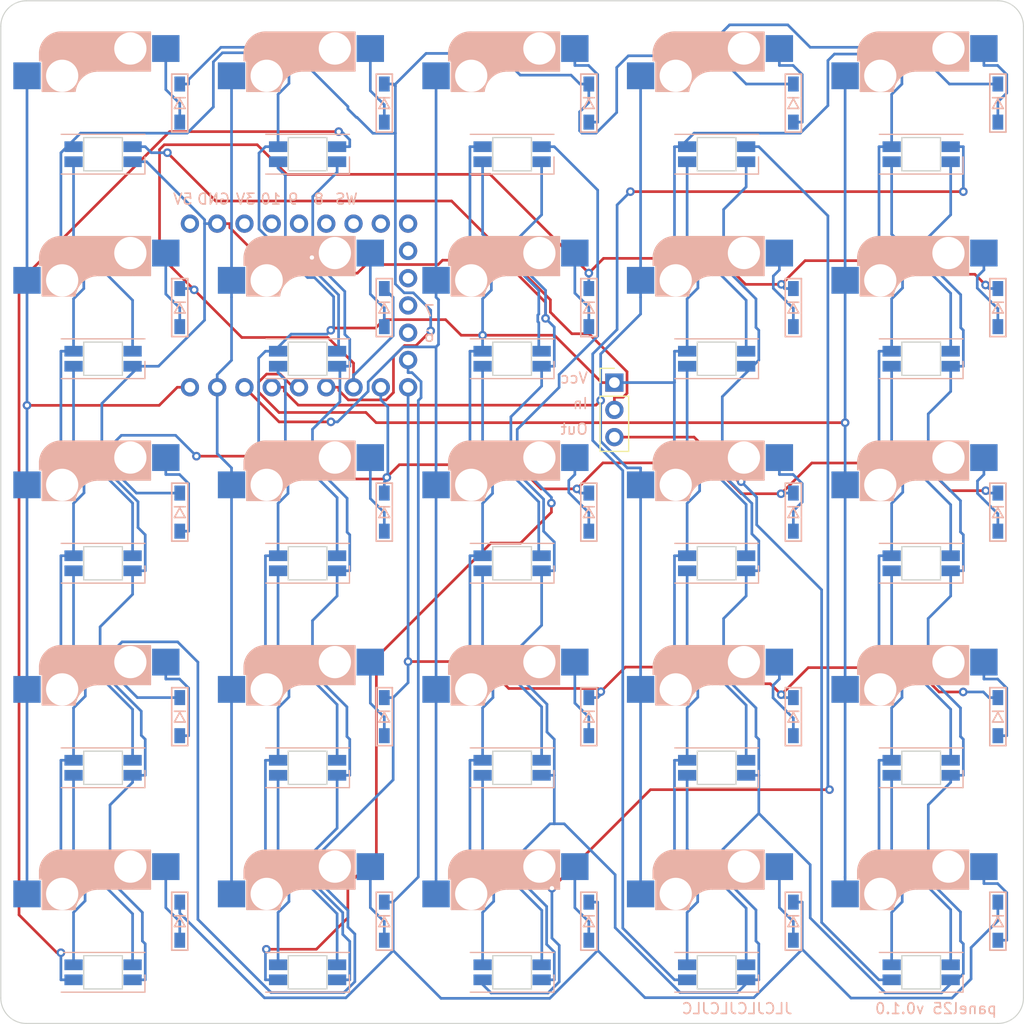
<source format=kicad_pcb>
(kicad_pcb (version 20221018) (generator pcbnew)
  (layers (0 "F.Cu" signal) (31 "B.Cu" signal) (34 "B.Paste" user) (35 "F.Paste" user) (36 "B.SilkS" user "B.Silkscreen") (37 "F.SilkS" user "F.Silkscreen") (38 "B.Mask" user) (39 "F.Mask" user) (44 "Edge.Cuts" user))
  (net 0 "")
  (net 1 "ROW1")
  (net 2 "Net-(D1-A)")
  (net 3 "Net-(D2-A)")
  (net 4 "Net-(D3-A)")
  (net 5 "Net-(D4-A)")
  (net 6 "Net-(D5-A)")
  (net 7 "ROW2")
  (net 8 "Net-(D6-A)")
  (net 9 "Net-(D7-A)")
  (net 10 "Net-(D8-A)")
  (net 11 "Net-(D9-A)")
  (net 12 "Net-(D10-A)")
  (net 13 "ROW3")
  (net 14 "Net-(D11-A)")
  (net 15 "Net-(D12-A)")
  (net 16 "Net-(D13-A)")
  (net 17 "Net-(D14-A)")
  (net 18 "Net-(D15-A)")
  (net 19 "ROW4")
  (net 20 "Net-(D16-A)")
  (net 21 "Net-(D17-A)")
  (net 22 "Net-(D18-A)")
  (net 23 "Net-(D19-A)")
  (net 24 "Net-(D20-A)")
  (net 25 "ROW5")
  (net 26 "Net-(D21-A)")
  (net 27 "Net-(D22-A)")
  (net 28 "Net-(D23-A)")
  (net 29 "Net-(D24-A)")
  (net 30 "Net-(D25-A)")
  (net 31 "RGB_Vcc")
  (net 32 "RGB LED IN")
  (net 33 "RGB LED OUT")
  (net 34 "GND")
  (net 35 "Net-(LED1-DOUT)")
  (net 36 "Net-(LED2-DOUT)")
  (net 37 "Net-(LED3-DOUT)")
  (net 38 "Net-(LED4-DOUT)")
  (net 39 "Net-(LED5-DOUT)")
  (net 40 "Net-(LED6-DOUT)")
  (net 41 "Net-(LED7-DOUT)")
  (net 42 "Net-(LED8-DOUT)")
  (net 43 "Net-(LED10-DIN)")
  (net 44 "Net-(LED10-DOUT)")
  (net 45 "Net-(LED11-DOUT)")
  (net 46 "Net-(LED12-DOUT)")
  (net 47 "Net-(LED13-DOUT)")
  (net 48 "Net-(LED14-DOUT)")
  (net 49 "Net-(LED15-DOUT)")
  (net 50 "Net-(LED16-DOUT)")
  (net 51 "Net-(LED17-DOUT)")
  (net 52 "Net-(LED18-DOUT)")
  (net 53 "Net-(LED19-DOUT)")
  (net 54 "Net-(LED20-DOUT)")
  (net 55 "Net-(LED21-DOUT)")
  (net 56 "Net-(LED22-DOUT)")
  (net 57 "Net-(LED23-DOUT)")
  (net 58 "Net-(LED24-DOUT)")
  (net 59 "COL1")
  (net 60 "COL2")
  (net 61 "COL3")
  (net 62 "COL4")
  (net 63 "COL5")
  (net 64 "ROW6")
  (net 65 "ROW7")
  (net 66 "U0TX_I2C0SDA")
  (net 67 "U0RX_I2C0SCL")
  (net 70 "WS2812")
  (net 71 "ROW8")
  (net 72 "ROW9")
  (net 73 "ROW10")
  (net 74 "3V3")
  (net 75 "5V")
  (footprint "foostan/kbd:CherryMX_Hotswap" (layer "F.Cu") (at 47.625 47.625)
    (fp_text reference "SW1" hide)
    (fp_text value "SW_PUSH" hide)
  )
  (footprint "foostan/kbd:CherryMX_Hotswap" (layer "F.Cu") (at 47.625 66.675)
    (fp_text reference "SW6" hide)
    (fp_text value "SW_PUSH" hide)
  )
  (footprint "foostan/kbd:CherryMX_Hotswap" (layer "F.Cu") (at 104.775 66.675)
    (fp_text reference "SW9" hide)
    (fp_text value "SW_PUSH" hide)
  )
  (footprint "foostan/kbd:CherryMX_Hotswap" (layer "F.Cu") (at 85.725 85.725)
    (fp_text reference "SW13" hide)
    (fp_text value "SW_PUSH" hide)
  )
  (footprint "foostan/kbd:CherryMX_Hotswap" (layer "F.Cu") (at 104.775 104.775)
    (fp_text reference "SW19" hide)
    (fp_text value "SW_PUSH" hide)
  )
  (footprint "foostan/kbd:CherryMX_Hotswap" (layer "F.Cu") (at 66.675 47.625)
    (fp_text reference "SW2" hide)
    (fp_text value "SW_PUSH" hide)
  )
  (footprint "foostan/kbd:CherryMX_Hotswap" (layer "F.Cu") (at 104.775 85.725)
    (fp_text reference "SW14" hide)
    (fp_text value "SW_PUSH" hide)
  )
  (footprint "foostan/kbd:CherryMX_Hotswap" (layer "F.Cu") (at 85.725 123.825)
    (fp_text reference "SW23" hide)
    (fp_text value "SW_PUSH" hide)
  )
  (footprint "foostan/kbd:CherryMX_Hotswap" (layer "F.Cu") (at 47.625 123.825)
    (fp_text reference "SW21" hide)
    (fp_text value "SW_PUSH" hide)
  )
  (footprint "foostan/kbd:CherryMX_Hotswap" (layer "F.Cu") (at 123.825 85.725)
    (fp_text reference "SW15" hide)
    (fp_text value "SW_PUSH" hide)
  )
  (footprint "foostan/kbd:CherryMX_Hotswap" (layer "F.Cu") (at 66.675 104.775)
    (fp_text reference "SW17" hide)
    (fp_text value "SW_PUSH" hide)
  )
  (footprint "foostan/kbd:CherryMX_Hotswap" (layer "F.Cu") (at 66.675 66.675)
    (fp_text reference "SW7" hide)
    (fp_text value "SW_PUSH" hide)
  )
  (footprint "foostan/kbd:CherryMX_Hotswap" (layer "F.Cu") (at 47.625 85.725)
    (fp_text reference "SW11" hide)
    (fp_text value "SW_PUSH" hide)
  )
  (footprint "foostan/kbd:CherryMX_Hotswap" (layer "F.Cu") (at 104.775 47.625)
    (fp_text reference "SW4" hide)
    (fp_text value "SW_PUSH" hide)
  )
  (footprint "foostan/kbd:CherryMX_Hotswap" (layer "F.Cu") (at 123.825 66.675)
    (fp_text reference "SW10" hide)
    (fp_text value "SW_PUSH" hide)
  )
  (footprint "foostan/kbd:CherryMX_Hotswap" (layer "F.Cu") (at 123.825 47.625)
    (fp_text reference "SW5" hide)
    (fp_text value "SW_PUSH" hide)
  )
  (footprint "foostan/kbd:CherryMX_Hotswap" (layer "F.Cu") (at 47.625 104.775)
    (fp_text reference "SW16" hide)
    (fp_text value "SW_PUSH" hide)
  )
  (footprint "foostan/kbd:CherryMX_Hotswap" (layer "F.Cu") (at 66.675 123.825)
    (fp_text reference "SW22" hide)
    (fp_text value "SW_PUSH" hide)
  )
  (footprint "foostan/kbd:CherryMX_Hotswap" (layer "F.Cu") (at 66.675 85.725)
    (fp_text reference "SW12" hide)
    (fp_text value "SW_PUSH" hide)
  )
  (footprint "foostan/kbd:CherryMX_Hotswap" (layer "F.Cu") (at 85.725 47.625)
    (fp_text reference "SW3" hide)
    (fp_text value "SW_PUSH" hide)
  )
  (footprint "foostan/kbd:CherryMX_Hotswap" (layer "F.Cu") (at 104.775 123.825)
    (fp_text reference "SW24" hide)
    (fp_text value "SW_PUSH" hide)
  )
  (footprint "foostan/kbd:CherryMX_Hotswap" (layer "F.Cu") (at 123.825 104.775)
    (fp_text reference "SW20" hide)
    (fp_text value "SW_PUSH" hide)
  )
  (footprint "foostan/kbd:CherryMX_Hotswap" (layer "F.Cu") (at 85.725 104.775)
    (fp_text reference "SW18" hide)
    (fp_text value "SW_PUSH" hide)
  )
  (footprint "foostan/kbd:CherryMX_Hotswap" (layer "F.Cu") (at 123.825 123.825)
    (fp_text reference "SW25" hide)
    (fp_text value "SW_PUSH" hide)
  )
  (footprint "Connector_PinHeader_2.54mm:PinHeader_1x03_P2.54mm_Vertical" (layer "F.Cu") (at 95.25 73.66)
    (fp_text reference "J1" hide)
    (fp_text value "Conn_01x03_Pin" hide)
  )
  (footprint "foostan/kbd:CherryMX_Hotswap" (layer "F.Cu") (at 85.725 66.675)
    (fp_text reference "SW8" hide)
    (fp_text value "SW_PUSH" hide)
  )
  (footprint "foostan/kbd:YS-SK6812MINI-E" (layer "B.Cu") (at 104.775 52.3875 180)
    (fp_text reference "LED16" hide)
    (fp_text value "YS-SK6812MINI-E" hide)
    (fp_line (start -1.8 -1.55) (end 1.8 -1.55) (stroke (width 0.12)) (layer "Edge.Cuts"))
    (fp_line (start -1.8 1.55) (end -1.8 -1.55) (stroke (width 0.12)) (layer "Edge.Cuts"))
    (fp_line (start 1.8 -1.55) (end 1.8 1.55) (stroke (width 0.12)) (layer "Edge.Cuts"))
    (fp_line (start 1.8 1.55) (end -1.8 1.55) (stroke (width 0.12)) (layer "Edge.Cuts"))
  )
  (footprint "foostan/kbd:YS-SK6812MINI-E" (layer "B.Cu") (at 104.775 109.5375 180)
    (fp_text reference "LED19" hide)
    (fp_text value "YS-SK6812MINI-E" hide)
    (fp_line (start -1.8 -1.55) (end 1.8 -1.55) (stroke (width 0.12)) (layer "Edge.Cuts"))
    (fp_line (start -1.8 1.55) (end -1.8 -1.55) (stroke (width 0.12)) (layer "Edge.Cuts"))
    (fp_line (start 1.8 -1.55) (end 1.8 1.55) (stroke (width 0.12)) (layer "Edge.Cuts"))
    (fp_line (start 1.8 1.55) (end -1.8 1.55) (stroke (width 0.12)) (layer "Edge.Cuts"))
  )
  (footprint "foostan/kbd:D3_SMD_v2" (layer "B.Cu") (at 111.9188 66.675 -90)
    (fp_text reference "D9" hide)
    (fp_text value "1N4148W" hide)
  )
  (footprint "foostan/kbd:YS-SK6812MINI-E" (layer "B.Cu") (at 85.725 109.5375 180)
    (fp_text reference "LED14" hide)
    (fp_text value "YS-SK6812MINI-E" hide)
    (fp_line (start -1.8 -1.55) (end 1.8 -1.55) (stroke (width 0.12)) (layer "Edge.Cuts"))
    (fp_line (start -1.8 1.55) (end -1.8 -1.55) (stroke (width 0.12)) (layer "Edge.Cuts"))
    (fp_line (start 1.8 -1.55) (end 1.8 1.55) (stroke (width 0.12)) (layer "Edge.Cuts"))
    (fp_line (start 1.8 1.55) (end -1.8 1.55) (stroke (width 0.12)) (layer "Edge.Cuts"))
  )
  (footprint "foostan/kbd:YS-SK6812MINI-E" (layer "B.Cu") (at 47.625 128.5875 180)
    (fp_text reference "LED5" hide)
    (fp_text value "YS-SK6812MINI-E" hide)
    (fp_line (start -1.8 -1.55) (end 1.8 -1.55) (stroke (width 0.12)) (layer "Edge.Cuts"))
    (fp_line (start -1.8 1.55) (end -1.8 -1.55) (stroke (width 0.12)) (layer "Edge.Cuts"))
    (fp_line (start 1.8 -1.55) (end 1.8 1.55) (stroke (width 0.12)) (layer "Edge.Cuts"))
    (fp_line (start 1.8 1.55) (end -1.8 1.55) (stroke (width 0.12)) (layer "Edge.Cuts"))
  )
  (footprint "foostan/kbd:YS-SK6812MINI-E" (layer "B.Cu") (at 85.725 90.4875 180)
    (fp_text reference "LED13" hide)
    (fp_text value "YS-SK6812MINI-E" hide)
    (fp_line (start -1.8 -1.55) (end 1.8 -1.55) (stroke (width 0.12)) (layer "Edge.Cuts"))
    (fp_line (start -1.8 1.55) (end -1.8 -1.55) (stroke (width 0.12)) (layer "Edge.Cuts"))
    (fp_line (start 1.8 -1.55) (end 1.8 1.55) (stroke (width 0.12)) (layer "Edge.Cuts"))
    (fp_line (start 1.8 1.55) (end -1.8 1.55) (stroke (width 0.12)) (layer "Edge.Cuts"))
  )
  (footprint "foostan/kbd:YS-SK6812MINI-E" (layer "B.Cu") (at 85.725 71.4375 180)
    (fp_text reference "LED12" hide)
    (fp_text value "YS-SK6812MINI-E" hide)
    (fp_line (start -1.8 -1.55) (end 1.8 -1.55) (stroke (width 0.12)) (layer "Edge.Cuts"))
    (fp_line (start -1.8 1.55) (end -1.8 -1.55) (stroke (width 0.12)) (layer "Edge.Cuts"))
    (fp_line (start 1.8 -1.55) (end 1.8 1.55) (stroke (width 0.12)) (layer "Edge.Cuts"))
    (fp_line (start 1.8 1.55) (end -1.8 1.55) (stroke (width 0.12)) (layer "Edge.Cuts"))
  )
  (footprint "foostan/kbd:D3_SMD_v2" (layer "B.Cu") (at 73.8188 66.675 -90)
    (fp_text reference "D7" hide)
    (fp_text value "1N4148W" hide)
  )
  (footprint "foostan/kbd:YS-SK6812MINI-E" (layer "B.Cu") (at 66.675 71.4375 180)
    (fp_text reference "LED7" hide)
    (fp_text value "YS-SK6812MINI-E" hide)
    (fp_line (start -1.8 -1.55) (end 1.8 -1.55) (stroke (width 0.12)) (layer "Edge.Cuts"))
    (fp_line (start -1.8 1.55) (end -1.8 -1.55) (stroke (width 0.12)) (layer "Edge.Cuts"))
    (fp_line (start 1.8 -1.55) (end 1.8 1.55) (stroke (width 0.12)) (layer "Edge.Cuts"))
    (fp_line (start 1.8 1.55) (end -1.8 1.55) (stroke (width 0.12)) (layer "Edge.Cuts"))
  )
  (footprint "foostan/kbd:D3_SMD_v2" (layer "B.Cu") (at 130.9688 47.625 -90)
    (fp_text reference "D5" hide)
    (fp_text value "1N4148W" hide)
  )
  (footprint "foostan/kbd:YS-SK6812MINI-E" (layer "B.Cu") (at 47.625 109.5375 180)
    (fp_text reference "LED4" hide)
    (fp_text value "YS-SK6812MINI-E" hide)
    (fp_line (start -1.8 -1.55) (end 1.8 -1.55) (stroke (width 0.12)) (layer "Edge.Cuts"))
    (fp_line (start -1.8 1.55) (end -1.8 -1.55) (stroke (width 0.12)) (layer "Edge.Cuts"))
    (fp_line (start 1.8 -1.55) (end 1.8 1.55) (stroke (width 0.12)) (layer "Edge.Cuts"))
    (fp_line (start 1.8 1.55) (end -1.8 1.55) (stroke (width 0.12)) (layer "Edge.Cuts"))
  )
  (footprint "foostan/kbd:D3_SMD_v2" (layer "B.Cu") (at 130.9688 85.725 -90)
    (fp_text reference "D15" hide)
    (fp_text value "1N4148W" hide)
  )
  (footprint "foostan/kbd:YS-SK6812MINI-E" (layer "B.Cu") (at 104.775 128.5875 180)
    (fp_text reference "LED20" hide)
    (fp_text value "YS-SK6812MINI-E" hide)
    (fp_line (start -1.8 -1.55) (end 1.8 -1.55) (stroke (width 0.12)) (layer "Edge.Cuts"))
    (fp_line (start -1.8 1.55) (end -1.8 -1.55) (stroke (width 0.12)) (layer "Edge.Cuts"))
    (fp_line (start 1.8 -1.55) (end 1.8 1.55) (stroke (width 0.12)) (layer "Edge.Cuts"))
    (fp_line (start 1.8 1.55) (end -1.8 1.55) (stroke (width 0.12)) (layer "Edge.Cuts"))
  )
  (footprint "foostan/kbd:D3_SMD_v2" (layer "B.Cu") (at 54.7688 85.725 -90)
    (fp_text reference "D11" hide)
    (fp_text value "1N4148W" hide)
  )
  (footprint "foostan/kbd:D3_SMD_v2" (layer "B.Cu") (at 73.8188 47.625 -90)
    (fp_text reference "D2" hide)
    (fp_text value "1N4148W" hide)
  )
  (footprint "foostan/kbd:YS-SK6812MINI-E" (layer "B.Cu") (at 104.775 90.4875 180)
    (fp_text reference "LED18" hide)
    (fp_text value "YS-SK6812MINI-E" hide)
    (fp_line (start -1.8 -1.55) (end 1.8 -1.55) (stroke (width 0.12)) (layer "Edge.Cuts"))
    (fp_line (start -1.8 1.55) (end -1.8 -1.55) (stroke (width 0.12)) (layer "Edge.Cuts"))
    (fp_line (start 1.8 -1.55) (end 1.8 1.55) (stroke (width 0.12)) (layer "Edge.Cuts"))
    (fp_line (start 1.8 1.55) (end -1.8 1.55) (stroke (width 0.12)) (layer "Edge.Cuts"))
  )
  (footprint "foostan/kbd:D3_SMD_v2" (layer "B.Cu") (at 111.9188 104.775 -90)
    (fp_text reference "D19" hide)
    (fp_text value "1N4148W" hide)
  )
  (footprint "foostan/kbd:D3_SMD_v2" (layer "B.Cu") (at 92.8688 47.625 -90)
    (fp_text reference "D3" hide)
    (fp_text value "1N4148W" hide)
  )
  (footprint "foostan/kbd:YS-SK6812MINI-E" (layer "B.Cu") (at 47.625 90.4875 180)
    (fp_text reference "LED3" hide)
    (fp_text value "YS-SK6812MINI-E" hide)
    (fp_line (start -1.8 -1.55) (end 1.8 -1.55) (stroke (width 0.12)) (layer "Edge.Cuts"))
    (fp_line (start -1.8 1.55) (end -1.8 -1.55) (stroke (width 0.12)) (layer "Edge.Cuts"))
    (fp_line (start 1.8 -1.55) (end 1.8 1.55) (stroke (width 0.12)) (layer "Edge.Cuts"))
    (fp_line (start 1.8 1.55) (end -1.8 1.55) (stroke (width 0.12)) (layer "Edge.Cuts"))
  )
  (footprint "foostan/kbd:D3_SMD_v2" (layer "B.Cu") (at 73.8188 123.825 -90)
    (fp_text reference "D22" hide)
    (fp_text value "1N4148W" hide)
  )
  (footprint "foostan/kbd:D3_SMD_v2" (layer "B.Cu") (at 92.8688 85.725 -90)
    (fp_text reference "D13" hide)
    (fp_text value "1N4148W" hide)
  )
  (footprint "foostan/kbd:YS-SK6812MINI-E" (layer "B.Cu") (at 47.625 71.4375 180)
    (fp_text reference "LED2" hide)
    (fp_text value "YS-SK6812MINI-E" hide)
    (fp_line (start -1.8 -1.55) (end 1.8 -1.55) (stroke (width 0.12)) (layer "Edge.Cuts"))
    (fp_line (start -1.8 1.55) (end -1.8 -1.55) (stroke (width 0.12)) (layer "Edge.Cuts"))
    (fp_line (start 1.8 -1.55) (end 1.8 1.55) (stroke (width 0.12)) (layer "Edge.Cuts"))
    (fp_line (start 1.8 1.55) (end -1.8 1.55) (stroke (width 0.12)) (layer "Edge.Cuts"))
  )
  (footprint "foostan/kbd:D3_SMD_v2" (layer "B.Cu") (at 130.9688 66.675 -90)
    (fp_text reference "D10" hide)
    (fp_text value "1N4148W" hide)
  )
  (footprint "foostan/kbd:D3_SMD_v2" (layer "B.Cu") (at 73.8188 104.775 -90)
    (fp_text reference "D17" hide)
    (fp_text value "1N4148W" hide)
  )
  (footprint "foostan/kbd:YS-SK6812MINI-E" (layer "B.Cu") (at 66.675 109.5375 180)
    (fp_text reference "LED9" hide)
    (fp_text value "YS-SK6812MINI-E" hide)
    (fp_line (start -1.8 -1.55) (end 1.8 -1.55) (stroke (width 0.12)) (layer "Edge.Cuts"))
    (fp_line (start -1.8 1.55) (end -1.8 -1.55) (stroke (width 0.12)) (layer "Edge.Cuts"))
    (fp_line (start 1.8 -1.55) (end 1.8 1.55) (stroke (width 0.12)) (layer "Edge.Cuts"))
    (fp_line (start 1.8 1.55) (end -1.8 1.55) (stroke (width 0.12)) (layer "Edge.Cuts"))
  )
  (footprint "foostan/kbd:YS-SK6812MINI-E" (layer "B.Cu") (at 85.725 128.5875 180)
    (fp_text reference "LED15" hide)
    (fp_text value "YS-SK6812MINI-E" hide)
    (fp_line (start -1.8 -1.55) (end 1.8 -1.55) (stroke (width 0.12)) (layer "Edge.Cuts"))
    (fp_line (start -1.8 1.55) (end -1.8 -1.55) (stroke (width 0.12)) (layer "Edge.Cuts"))
    (fp_line (start 1.8 -1.55) (end 1.8 1.55) (stroke (width 0.12)) (layer "Edge.Cuts"))
    (fp_line (start 1.8 1.55) (end -1.8 1.55) (stroke (width 0.12)) (layer "Edge.Cuts"))
  )
  (footprint "foostan/kbd:YS-SK6812MINI-E" (layer "B.Cu") (at 123.825 71.4375 180)
    (fp_text reference "LED22" hide)
    (fp_text value "YS-SK6812MINI-E" hide)
    (fp_line (start -1.8 -1.55) (end 1.8 -1.55) (stroke (width 0.12)) (layer "Edge.Cuts"))
    (fp_line (start -1.8 1.55) (end -1.8 -1.55) (stroke (width 0.12)) (layer "Edge.Cuts"))
    (fp_line (start 1.8 -1.55) (end 1.8 1.55) (stroke (width 0.12)) (layer "Edge.Cuts"))
    (fp_line (start 1.8 1.55) (end -1.8 1.55) (stroke (width 0.12)) (layer "Edge.Cuts"))
  )
  (footprint "foostan/kbd:YS-SK6812MINI-E" (layer "B.Cu") (at 123.825 128.5875 180)
    (fp_text reference "LED25" hide)
    (fp_text value "YS-SK6812MINI-E" hide)
    (fp_line (start -1.8 -1.55) (end 1.8 -1.55) (stroke (width 0.12)) (layer "Edge.Cuts"))
    (fp_line (start -1.8 1.55) (end -1.8 -1.55) (stroke (width 0.12)) (layer "Edge.Cuts"))
    (fp_line (start 1.8 -1.55) (end 1.8 1.55) (stroke (width 0.12)) (layer "Edge.Cuts"))
    (fp_line (start 1.8 1.55) (end -1.8 1.55) (stroke (width 0.12)) (layer "Edge.Cuts"))
  )
  (footprint "foostan/kbd:D3_SMD_v2" (layer "B.Cu") (at 111.9188 123.825 -90)
    (fp_text reference "D24" hide)
    (fp_text value "1N4148W" hide)
  )
  (footprint "foostan/kbd:YS-SK6812MINI-E" (layer "B.Cu") (at 66.675 52.3875 180)
    (fp_text reference "LED6" hide)
    (fp_text value "YS-SK6812MINI-E" hide)
    (fp_line (start -1.8 -1.55) (end 1.8 -1.55) (stroke (width 0.12)) (layer "Edge.Cuts"))
    (fp_line (start -1.8 1.55) (end -1.8 -1.55) (stroke (width 0.12)) (layer "Edge.Cuts"))
    (fp_line (start 1.8 -1.55) (end 1.8 1.55) (stroke (width 0.12)) (layer "Edge.Cuts"))
    (fp_line (start 1.8 1.55) (end -1.8 1.55) (stroke (width 0.12)) (layer "Edge.Cuts"))
  )
  (footprint "foostan/kbd:D3_SMD_v2" (layer "B.Cu") (at 54.7688 123.825 -90)
    (fp_text reference "D21" hide)
    (fp_text value "1N4148W" hide)
  )
  (footprint "foostan/kbd:D3_SMD_v2" (layer "B.Cu") (at 54.7688 66.675 -90)
    (fp_text reference "D6" hide)
    (fp_text value "1N4148W" hide)
  )
  (footprint "foostan/kbd:D3_SMD_v2" (layer "B.Cu") (at 130.9688 123.825 -90)
    (fp_text reference "D25" hide)
    (fp_text value "1N4148W" hide)
  )
  (footprint "foostan/kbd:D3_SMD_v2" (layer "B.Cu") (at 54.7688 47.625 -90)
    (fp_text reference "D1" hide)
    (fp_text value "1N4148W" hide)
  )
  (footprint "foostan/kbd:YS-SK6812MINI-E" (layer "B.Cu") (at 123.825 90.4875 180)
    (fp_text reference "LED23" hide)
    (fp_text value "YS-SK6812MINI-E" hide)
    (fp_line (start -1.8 -1.55) (end 1.8 -1.55) (stroke (width 0.12)) (layer "Edge.Cuts"))
    (fp_line (start -1.8 1.55) (end -1.8 -1.55) (stroke (width 0.12)) (layer "Edge.Cuts"))
    (fp_line (start 1.8 -1.55) (end 1.8 1.55) (stroke (width 0.12)) (layer "Edge.Cuts"))
    (fp_line (start 1.8 1.55) (end -1.8 1.55) (stroke (width 0.12)) (layer "Edge.Cuts"))
  )
  (footprint "foostan/kbd:D3_SMD_v2" (layer "B.Cu") (at 130.9688 104.775 -90)
    (fp_text reference "D20" hide)
    (fp_text value "1N4148W" hide)
  )
  (footprint "foostan/kbd:D3_SMD_v2" (layer "B.Cu") (at 73.8188 85.725 -90)
    (fp_text reference "D12" hide)
    (fp_text value "1N4148W" hide)
  )
  (footprint "sglib:rp2040-zero" (layer "B.Cu") (at 65.875 66.475 -90)
    (fp_text reference "U1" hide)
    (fp_text value "rp2040-zero" hide)
  )
  (footprint "foostan/kbd:YS-SK6812MINI-E" (layer "B.Cu") (at 104.775 71.4375 180)
    (fp_text reference "LED17" hide)
    (fp_text value "YS-SK6812MINI-E" hide)
    (fp_line (start -1.8 -1.55) (end 1.8 -1.55) (stroke (width 0.12)) (layer "Edge.Cuts"))
    (fp_line (start -1.8 1.55) (end -1.8 -1.55) (stroke (width 0.12)) (layer "Edge.Cuts"))
    (fp_line (start 1.8 -1.55) (end 1.8 1.55) (stroke (width 0.12)) (layer "Edge.Cuts"))
    (fp_line (start 1.8 1.55) (end -1.8 1.55) (stroke (width 0.12)) (layer "Edge.Cuts"))
  )
  (footprint "foostan/kbd:D3_SMD_v2" (layer "B.Cu") (at 54.7688 104.775 -90)
    (fp_text reference "D16" hide)
    (fp_text value "1N4148W" hide)
  )
  (footprint "foostan/kbd:D3_SMD_v2" (layer "B.Cu") (at 111.9188 47.625 -90)
    (fp_text reference "D4" hide)
    (fp_text value "1N4148W" hide)
  )
  (footprint "foostan/kbd:YS-SK6812MINI-E" (layer "B.Cu") (at 85.725 52.3875 180)
    (fp_text reference "LED11" hide)
    (fp_text value "YS-SK6812MINI-E" hide)
    (fp_line (start -1.8 -1.55) (end 1.8 -1.55) (stroke (width 0.12)) (layer "Edge.Cuts"))
    (fp_line (start -1.8 1.55) (end -1.8 -1.55) (stroke (width 0.12)) (layer "Edge.Cuts"))
    (fp_line (start 1.8 -1.55) (end 1.8 1.55) (stroke (width 0.12)) (layer "Edge.Cuts"))
    (fp_line (start 1.8 1.55) (end -1.8 1.55) (stroke (width 0.12)) (layer "Edge.Cuts"))
  )
  (footprint "foostan/kbd:D3_SMD_v2" (layer "B.Cu") (at 92.8688 66.675 -90)
    (fp_text reference "D8" hide)
    (fp_text value "1N4148W" hide)
  )
  (footprint "foostan/kbd:YS-SK6812MINI-E" (layer "B.Cu") (at 66.675 90.4875 180)
    (fp_text reference "LED8" hide)
    (fp_text value "YS-SK6812MINI-E" hide)
    (fp_line (start -1.8 -1.55) (end 1.8 -1.55) (stroke (width 0.12)) (layer "Edge.Cuts"))
    (fp_line (start -1.8 1.55) (end -1.8 -1.55) (stroke (width 0.12)) (layer "Edge.Cuts"))
    (fp_line (start 1.8 -1.55) (end 1.8 1.55) (stroke (width 0.12)) (layer "Edge.Cuts"))
    (fp_line (start 1.8 1.55) (end -1.8 1.55) (stroke (width 0.12)) (layer "Edge.Cuts"))
  )
  (footprint "foostan/kbd:YS-SK6812MINI-E" (layer "B.Cu") (at 47.625 52.3875 180)
    (fp_text reference "LED1" hide)
    (fp_text value "YS-SK6812MINI-E" hide)
    (fp_line (start -1.8 -1.55) (end 1.8 -1.55) (stroke (width 0.12)) (layer "Edge.Cuts"))
    (fp_line (start -1.8 1.55) (end -1.8 -1.55) (stroke (width 0.12)) (layer "Edge.Cuts"))
    (fp_line (start 1.8 -1.55) (end 1.8 1.55) (stroke (width 0.12)) (layer "Edge.Cuts"))
    (fp_line (start 1.8 1.55) (end -1.8 1.55) (stroke (width 0.12)) (layer "Edge.Cuts"))
  )
  (footprint "foostan/kbd:YS-SK6812MINI-E" (layer "B.Cu") (at 66.675 128.5875 180)
    (fp_text reference "LED10" hide)
    (fp_text value "YS-SK6812MINI-E" hide)
    (fp_line (start -1.8 -1.55) (end 1.8 -1.55) (stroke (width 0.12)) (layer "Edge.Cuts"))
    (fp_line (start -1.8 1.55) (end -1.8 -1.55) (stroke (width 0.12)) (layer "Edge.Cuts"))
    (fp_line (start 1.8 -1.55) (end 1.8 1.55) (stroke (width 0.12)) (layer "Edge.Cuts"))
    (fp_line (start 1.8 1.55) (end -1.8 1.55) (stroke (width 0.12)) (layer "Edge.Cuts"))
  )
  (footprint "foostan/kbd:D3_SMD_v2" (layer "B.Cu") (at 92.8688 123.825 -90)
    (fp_text reference "D23" hide)
    (fp_text value "1N4148W" hide)
  )
  (footprint "foostan/kbd:YS-SK6812MINI-E" (layer "B.Cu") (at 123.825 109.5375 180)
    (fp_text reference "LED24" hide)
    (fp_text value "YS-SK6812MINI-E" hide)
    (fp_line (start -1.8 -1.55) (end 1.8 -1.55) (stroke (width 0.12)) (layer "Edge.Cuts"))
    (fp_line (start -1.8 1.55) (end -1.8 -1.55) (stroke (width 0.12)) (layer "Edge.Cuts"))
    (fp_line (start 1.8 -1.55) (end 1.8 1.55) (stroke (width 0.12)) (layer "Edge.Cuts"))
    (fp_line (start 1.8 1.55) (end -1.8 1.55) (stroke (width 0.12)) (layer "Edge.Cuts"))
  )
  (footprint "foostan/kbd:D3_SMD_v2" (layer "B.Cu") (at 92.8688 104.775 -90)
    (fp_text reference "D18" hide)
    (fp_text value "1N4148W" hide)
  )
  (footprint "foostan/kbd:D3_SMD_v2" (layer "B.Cu") (at 111.9188 85.725 -90)
    (fp_text reference "D14" hide)
    (fp_text value "1N4148W" hide)
  )
  (footprint "foostan/kbd:YS-SK6812MINI-E" (layer "B.Cu") (at 123.825 52.3875 180)
    (fp_text reference "LED21" hide)
    (fp_text value "YS-SK6812MINI-E" hide)
    (fp_line (start -1.8 -1.55) (end 1.8 -1.55) (stroke (width 0.12)) (layer "Edge.Cuts"))
    (fp_line (start -1.8 1.55) (end -1.8 -1.55) (stroke (width 0.12)) (layer "Edge.Cuts"))
    (fp_line (start 1.8 -1.55) (end 1.8 1.55) (stroke (width 0.12)) (layer "Edge.Cuts"))
    (fp_line (start 1.8 1.55) (end -1.8 1.55) (stroke (width 0.12)) (layer "Edge.Cuts"))
  )
  (gr_arc (start 38.1 40.48125) (mid 38.797452 38.797452) (end 40.48125 38.1) (stroke (width 0.1)) (layer "Edge.Cuts"))
  (gr_arc (start 133.35 130.96875) (mid 132.652548 132.652548) (end 130.96875 133.35) (stroke (width 0.1)) (layer "Edge.Cuts"))
  (gr_arc (start 130.96875 38.1) (mid 132.652548 38.797452) (end 133.35 40.48125) (stroke (width 0.1)) (layer "Edge.Cuts"))
  (gr_line (start 40.48125 38.1) (end 130.96875 38.1) (stroke (width 0.1)) (layer "Edge.Cuts"))
  (gr_line (start 133.35 40.48125) (end 133.35 130.96875) (stroke (width 0.1)) (layer "Edge.Cuts"))
  (gr_line (start 130.96875 133.35) (end 40.48125 133.35) (stroke (width 0.1)) (layer "Edge.Cuts"))
  (gr_arc (start 40.48125 133.35) (mid 38.797452 132.652548) (end 38.1 130.96875) (stroke (width 0.1)) (layer "Edge.Cuts"))
  (gr_line (start 38.1 130.96875) (end 38.1 40.48125) (stroke (width 0.1)) (layer "Edge.Cuts"))
  (gr_text "JLCJLCJLCJLC" (at 111.91875 132.55) (layer "B.SilkS") (effects (font (size 1 1)) (justify left bottom mirror)))
  (gr_text "6" (at 78.58125 69.9375) (layer "B.SilkS") (effects (font (size 1 1)) (justify left bottom mirror)))
  (gr_text "Out" (at 92.86875 78.58125) (layer "B.SilkS") (effects (font (size 1 1)) (justify left bottom mirror)))
  (gr_text "Vcc" (at 92.86875 73.81875) (layer "B.SilkS") (effects (font (size 1 1)) (justify left bottom mirror)))
  (gr_text "panel25 v0.1.0" (at 130.96875 132.55) (layer "B.SilkS") (effects (font (size 1 1)) (justify left bottom mirror)))
  (gr_text "3V" (at 61.9125 57.15) (layer "B.SilkS") (effects (font (size 1 1)) (justify left bottom mirror)))
  (gr_text " 9" (at 66.675 57.15) (layer "B.SilkS") (effects (font (size 1 1)) (justify left bottom mirror)))
  (gr_text "7" (at 78.58125 67.55625) (layer "B.SilkS") (effects (font (size 1 1)) (justify left bottom mirror)))
  (gr_text "5V" (at 56.06875 57.15) (layer "B.SilkS") (effects (font (size 1 1)) (justify left bottom mirror)))
  (gr_text "In" (at 92.86875 76.2) (layer "B.SilkS") (effects (font (size 1 1)) (justify left bottom mirror)))
  (gr_text "10\n" (at 64.29375 57.15) (layer "B.SilkS") (effects (font (size 1 1)) (justify left bottom mirror)))
  (gr_text "WS" (at 71.4375 57.15) (layer "B.SilkS") (effects (font (size 1 1)) (justify left bottom mirror)))
  (gr_text " 8" (at 69.05625 57.15) (layer "B.SilkS") (effects (font (size 1 1)) (justify left bottom mirror)))
  (gr_text "GND" (at 59.53125 57.15) (layer "B.SilkS") (effects (font (size 1 1)) (justify left bottom mirror)))
  (segment (start 74.6719 71.2449) (end 75.7055 70.2113) (width 0.25) (layer "F.Cu") (net 1))
  (segment (start 74.6719 74.5825) (end 74.6719 71.2449) (width 0.25) (layer "F.Cu") (net 1))
  (segment (start 69.5919 74.3963) (end 70.4675 75.2719) (width 0.25) (layer "F.Cu") (net 1))
  (segment (start 70.4675 75.2719) (end 73.9825 75.2719) (width 0.25) (layer "F.Cu") (net 1))
  (segment (start 75.7055 70.2113) (end 76.7759 70.2113) (width 0.25) (layer "F.Cu") (net 1))
  (segment (start 76.7759 70.2113) (end 78.1417 68.8455) (width 0.25) (layer "F.Cu") (net 1))
  (segment (start 69.5919 74.095) (end 69.5919 74.3963) (width 0.25) (layer "F.Cu") (net 1))
  (segment (start 73.9825 75.2719) (end 74.6719 74.5825) (width 0.25) (layer "F.Cu") (net 1))
  (segment (start 68.415 74.095) (end 69.5919 74.095) (width 0.25) (layer "F.Cu") (net 1))
  (via (at 78.1417 68.8455) (size 0.8) (drill 0.4) (layers "F.Cu" "B.Cu") (net 1))
  (segment (start 58.6022 42.43) (end 55.5957 45.4365) (width 0.25) (layer "B.Cu") (net 1))
  (segment (start 55.5957 45.85) (end 54.7688 45.85) (width 0.25) (layer "B.Cu") (net 1))
  (segment (start 74.8497 50.4383) (end 74.8497 46.054) (width 0.25) (layer "B.Cu") (net 1))
  (segment (start 92.0419 45.85) (end 92.8688 45.85) (width 0.25) (layer "B.Cu") (net 1))
  (segment (start 71.2695 48.95) (end 71.206167 48.95) (width 0.25) (layer "B.Cu") (net 1))
  (segment (start 92.8688 47.5862) (end 92.0102 48.4448) (width 0.25) (layer "B.Cu") (net 1))
  (segment (start 70.43 47.9491) (end 64.9109 42.43) (width 0.25) (layer "B.Cu") (net 1))
  (segment (start 76.5225 65.2981) (end 78.1417 66.9173) (width 0.25) (layer "B.Cu") (net 1))
  (segment (start 74.8497 45.8579) (end 77.7076 43) (width 0.25) (layer "B.Cu") (net 1))
  (segment (start 78.1417 66.9173) (end 78.1417 68.8455) (width 0.25) (layer "B.Cu") (net 1))
  (segment (start 74.8497 46.054) (end 74.6457 45.85) (width 0.25) (layer "B.Cu") (net 1))
  (segment (start 72.7578 50.4383) (end 71.2695 48.95) (width 0.25) (layer "B.Cu") (net 1))
  (segment (start 92.0102 50.2051) (end 92.232 50.4269) (width 0.25) (layer "B.Cu") (net 1))
  (segment (start 123.03 42.43) (end 126.45 45.85) (width 0.25) (layer "B.Cu") (net 1))
  (segment (start 105.98 40.34) (end 111.3993 40.34) (width 0.25) (layer "B.Cu") (net 1))
  (segment (start 113.4893 42.43) (end 123.03 42.43) (width 0.25) (layer "B.Cu") (net 1))
  (segment (start 75.6691 65.2981) (end 76.5225 65.2981) (width 0.25) (layer "B.Cu") (net 1))
  (segment (start 71.206167 48.95) (end 70.43 48.173833) (width 0.25) (layer "B.Cu") (net 1))
  (segment (start 104.89 41.43) (end 105.98 40.34) (width 0.25) (layer "B.Cu") (net 1))
  (segment (start 100.17735 43.221) (end 100.18835 43.21) (width 0.25) (layer "B.Cu") (net 1))
  (segment (start 100.18835 43.21) (end 104.89 43.21) (width 0.25) (layer "B.Cu") (net 1))
  (segment (start 92.0102 48.4448) (end 92.0102 50.2051) (width 0.25) (layer "B.Cu") (net 1))
  (segment (start 95.4669 44.3104) (end 96.5563 43.221) (width 0.25) (layer "B.Cu") (net 1))
  (segment (start 104.89 43.21) (end 104.89 41.43) (width 0.25) (layer "B.Cu") (net 1))
  (segment (start 95.4669 48.5014) (end 95.4669 44.3104) (width 0.25) (layer "B.Cu") (net 1))
  (segment (start 92.232 50.4269) (end 93.5414 50.4269) (width 0.25) (layer "B.Cu") (net 1))
  (segment (start 104.89 43.21) (end 107.53 45.85) (width 0.25) (layer "B.Cu") (net 1))
  (segment (start 73.8188 45.85) (end 74.6457 45.85) (width 0.25) (layer "B.Cu") (net 1))
  (segment (start 84.4594 43) (end 86.4825 45.0231) (width 0.25) (layer "B.Cu") (net 1))
  (segment (start 70.43 48.173833) (end 70.43 47.9491) (width 0.25) (layer "B.Cu") (net 1))
  (segment (start 74.8497 50.4383) (end 74.8497 64.4787) (width 0.25) (layer "B.Cu") (net 1))
  (segment (start 55.5957 45.4365) (end 55.5957 45.85) (width 0.25) (layer "B.Cu") (net 1))
  (segment (start 86.4825 45.0231) (end 91.215 45.0231) (width 0.25) (layer "B.Cu") (net 1))
  (segment (start 77.7076 43) (end 84.4594 43) (width 0.25) (layer "B.Cu") (net 1))
  (segment (start 111.3993 40.34) (end 113.4893 42.43) (width 0.25) (layer "B.Cu") (net 1))
  (segment (start 96.5563 43.221) (end 100.17735 43.221) (width 0.25) (layer "B.Cu") (net 1))
  (segment (start 126.45 45.85) (end 130.9688 45.85) (width 0.25) (layer "B.Cu") (net 1))
  (segment (start 107.53 45.85) (end 111.9188 45.85) (width 0.25) (layer "B.Cu") (net 1))
  (segment (start 74.8497 50.4383) (end 72.7578 50.4383) (width 0.25) (layer "B.Cu") (net 1))
  (segment (start 91.215 45.0231) (end 92.0419 45.85) (width 0.25) (layer "B.Cu") (net 1))
  (segment (start 64.9109 42.43) (end 58.6022 42.43) (width 0.25) (layer "B.Cu") (net 1))
  (segment (start 92.8688 45.85) (end 92.8688 47.5862) (width 0.25) (layer "B.Cu") (net 1))
  (segment (start 74.8497 46.054) (end 74.8497 45.8579) (width 0.25) (layer "B.Cu") (net 1))
  (segment (start 74.8497 64.4787) (end 75.6691 65.2981) (width 0.25) (layer "B.Cu") (net 1))
  (segment (start 93.5414 50.4269) (end 95.4669 48.5014) (width 0.25) (layer "B.Cu") (net 1))
  (segment (start 53.467 46.362) (end 54.7688 47.6638) (width 0.25) (layer "B.Cu") (net 2))
  (segment (start 54.7688 47.6638) (end 54.7688 49.4) (width 0.25) (layer "B.Cu") (net 2))
  (segment (start 53.467 42.545) (end 53.467 46.362) (width 0.25) (layer "B.Cu") (net 2))
  (segment (start 72.517 46.4769) (end 73.8188 47.7787) (width 0.25) (layer "B.Cu") (net 3))
  (segment (start 72.517 42.545) (end 72.517 46.4769) (width 0.25) (layer "B.Cu") (net 3))
  (segment (start 73.8188 47.7787) (end 73.8188 49.4) (width 0.25) (layer "B.Cu") (net 3))
  (segment (start 91.567 42.545) (end 91.567 44.1219) (width 0.25) (layer "B.Cu") (net 4))
  (segment (start 93.6957 49.4) (end 93.6957 44.9694) (width 0.25) (layer "B.Cu") (net 4))
  (segment (start 93.6957 44.9694) (end 92.8482 44.1219) (width 0.25) (layer "B.Cu") (net 4))
  (segment (start 92.8482 44.1219) (end 91.567 44.1219) (width 0.25) (layer "B.Cu") (net 4))
  (segment (start 92.8688 49.4) (end 93.6957 49.4) (width 0.25) (layer "B.Cu") (net 4))
  (segment (start 110.617 42.545) (end 110.617 44.1219) (width 0.25) (layer "B.Cu") (net 5))
  (segment (start 111.8982 44.1219) (end 110.617 44.1219) (width 0.25) (layer "B.Cu") (net 5))
  (segment (start 112.7457 49.4) (end 112.7457 44.9694) (width 0.25) (layer "B.Cu") (net 5))
  (segment (start 112.7457 44.9694) (end 111.8982 44.1219) (width 0.25) (layer "B.Cu") (net 5))
  (segment (start 111.9188 49.4) (end 112.7457 49.4) (width 0.25) (layer "B.Cu") (net 5))
  (segment (start 130.9689 47.5122) (end 131.7957 46.6854) (width 0.25) (layer "B.Cu") (net 6))
  (segment (start 131.7957 44.9694) (end 130.9482 44.1219) (width 0.25) (layer "B.Cu") (net 6))
  (segment (start 129.667 42.545) (end 129.667 44.1219) (width 0.25) (layer "B.Cu") (net 6))
  (segment (start 131.7957 46.6854) (end 131.7957 44.9694) (width 0.25) (layer "B.Cu") (net 6))
  (segment (start 130.9688 47.5122) (end 130.9689 47.5122) (width 0.25) (layer "B.Cu") (net 6))
  (segment (start 130.9688 49.4) (end 130.9688 47.5122) (width 0.25) (layer "B.Cu") (net 6))
  (segment (start 130.9482 44.1219) (end 129.667 44.1219) (width 0.25) (layer "B.Cu") (net 6))
  (segment (start 70.955 71.8494) (end 68.5646 69.459) (width 0.25) (layer "F.Cu") (net 7))
  (segment (start 53.3302 51.5059) (end 61.9811 51.5059) (width 0.25) (layer "F.Cu") (net 7))
  (segment (start 61.9811 51.5059) (end 64.7396 54.2644) (width 0.25) (layer "F.Cu") (net 7))
  (segment (start 60.5504 69.459) (end 56.111 65.0196) (width 0.25) (layer "F.Cu") (net 7))
  (segment (start 64.7396 54.2644) (end 83.6738 54.2644) (width 0.25) (layer "F.Cu") (net 7))
  (segment (start 122.7694 62.26) (end 124.0794 63.57) (width 0.25) (layer "F.Cu") (net 7))
  (segment (start 92.8688 63.4594) (end 94.2382 62.09) (width 0.25) (layer "F.Cu") (net 7))
  (segment (start 124.0794 63.57) (end 128.8229 63.57) (width 0.25) (layer "F.Cu") (net 7))
  (segment (start 119.23835 62.26) (end 122.7694 62.26) (width 0.25) (layer "F.Cu") (net 7))
  (segment (start 68.5646 69.459) (end 60.5504 69.459) (width 0.25) (layer "F.Cu") (net 7))
  (segment (start 113.0123 62.3033) (end 119.19505 62.3033) (width 0.25) (layer "F.Cu") (net 7))
  (segment (start 105.0518 62.09) (end 107.4727 64.5109) (width 0.25) (layer "F.Cu") (net 7))
  (segment (start 119.19505 62.3033) (end 119.23835 62.26) (width 0.25) (layer "F.Cu") (net 7))
  (segment (start 56.111 65.0196) (end 52.8847 61.7933) (width 0.25) (layer "F.Cu") (net 7))
  (segment (start 52.8847 51.9514) (end 53.3302 51.5059) (width 0.25) (layer "F.Cu") (net 7))
  (segment (start 94.2382 62.09) (end 105.0518 62.09) (width 0.25) (layer "F.Cu") (net 7))
  (segment (start 110.8047 64.5109) (end 113.0123 62.3033) (width 0.25) (layer "F.Cu") (net 7))
  (segment (start 107.4727 64.5109) (end 110.8047 64.5109) (width 0.25) (layer "F.Cu") (net 7))
  (segment (start 128.8229 63.57) (end 129.821 64.5681) (width 0.25) (layer "F.Cu") (net 7))
  (segment (start 70.955 74.095) (end 70.955 71.8494) (width 0.25) (layer "F.Cu") (net 7))
  (segment (start 83.6738 54.2644) (end 92.8688 63.4594) (width 0.25) (layer "F.Cu") (net 7))
  (segment (start 52.8847 61.7933) (end 52.8847 51.9514) (width 0.25) (layer "F.Cu") (net 7))
  (via (at 129.821 64.5681) (size 0.8) (drill 0.4) (layers "F.Cu" "B.Cu") (net 7))
  (via (at 110.8047 64.5109) (size 0.8) (drill 0.4) (layers "F.Cu" "B.Cu") (net 7))
  (via (at 56.111 65.0196) (size 0.8) (drill 0.4) (layers "F.Cu" "B.Cu") (net 7))
  (via (at 92.8688 63.4594) (size 0.8) (drill 0.4) (layers "F.Cu" "B.Cu") (net 7))
  (segment (start 70.955 74.095) (end 70.955 72.9181) (width 0.25) (layer "B.Cu") (net 7))
  (segment (start 92.8688 64.9) (end 92.8688 63.4594) (width 0.25) (layer "B.Cu") (net 7))
  (segment (start 74.6457 69.301) (end 74.6457 65.7269) (width 0.25) (layer "B.Cu") (net 7))
  (segment (start 74.6457 65.7269) (end 73.8188 64.9) (width 0.25) (layer "B.Cu") (net 7))
  (segment (start 129.821 64.5681) (end 130.1419 64.889) (width 0.25) (layer "B.Cu") (net 7))
  (segment (start 110.8047 64.5109) (end 111.0919 64.7981) (width 0.25) (layer "B.Cu") (net 7))
  (segment (start 71.0286 72.9181) (end 74.6457 69.301) (width 0.25) (layer "B.Cu") (net 7))
  (segment (start 54.7688 64.9) (end 55.9914 64.9) (width 0.25) (layer "B.Cu") (net 7))
  (segment (start 130.1419 64.889) (end 130.1419 64.9) (width 0.25) (layer "B.Cu") (net 7))
  (segment (start 70.955 72.9181) (end 71.0286 72.9181) (width 0.25) (layer "B.Cu") (net 7))
  (segment (start 55.9914 64.9) (end 56.111 65.0196) (width 0.25) (layer "B.Cu") (net 7))
  (segment (start 111.9188 64.9) (end 111.0919 64.9) (width 0.25) (layer "B.Cu") (net 7))
  (segment (start 111.0919 64.7981) (end 111.0919 64.9) (width 0.25) (layer "B.Cu") (net 7))
  (segment (start 130.9688 64.9) (end 130.1419 64.9) (width 0.25) (layer "B.Cu") (net 7))
  (segment (start 54.7688 66.7138) (end 54.7688 68.45) (width 0.25) (layer "B.Cu") (net 8))
  (segment (start 53.467 61.595) (end 53.467 65.412) (width 0.25) (layer "B.Cu") (net 8))
  (segment (start 53.467 65.412) (end 54.7688 66.7138) (width 0.25) (layer "B.Cu") (net 8))
  (segment (start 72.517 61.595) (end 72.517 65.4164) (width 0.25) (layer "B.Cu") (net 9))
  (segment (start 72.517 65.4164) (end 73.8188 66.7182) (width 0.25) (layer "B.Cu") (net 9))
  (segment (start 73.8188 66.7182) (end 73.8188 68.45) (width 0.25) (layer "B.Cu") (net 9))
  (segment (start 92.8688 68.45) (end 92.8688 67.4231) (width 0.25) (layer "B.Cu") (net 10))
  (segment (start 91.567 61.595) (end 91.567 65.3259) (width 0.25) (layer "B.Cu") (net 10))
  (segment (start 91.567 65.3259) (end 92.8688 66.6277) (width 0.25) (layer "B.Cu") (net 10))
  (segment (start 92.8688 66.6277) (end 92.8688 67.4231) (width 0.25) (layer "B.Cu") (net 10))
  (segment (start 110.617 63.1719) (end 110.617 61.595) (width 0.25) (layer "B.Cu") (net 11))
  (segment (start 111.9188 66.7488) (end 110.0509 64.8809) (width 0.25) (layer "B.Cu") (net 11))
  (segment (start 110.0509 63.738) (end 110.617 63.1719) (width 0.25) (layer "B.Cu") (net 11))
  (segment (start 110.0509 64.8809) (end 110.0509 63.738) (width 0.25) (layer "B.Cu") (net 11))
  (segment (start 111.9188 68.45) (end 111.9188 66.7488) (width 0.25) (layer "B.Cu") (net 11))
  (segment (start 129.0481 64.8561) (end 130.9688 66.7768) (width 0.25) (layer "B.Cu") (net 12))
  (segment (start 130.9688 66.7768) (end 130.9688 68.45) (width 0.25) (layer "B.Cu") (net 12))
  (segment (start 129.667 61.595) (end 129.667 63.1719) (width 0.25) (layer "B.Cu") (net 12))
  (segment (start 129.0481 63.7908) (end 129.0481 64.8561) (width 0.25) (layer "B.Cu") (net 12))
  (segment (start 129.667 63.1719) (end 129.0481 63.7908) (width 0.25) (layer "B.Cu") (net 12))
  (segment (start 123.94 81.15) (end 126.518 83.728) (width 0.25) (layer "F.Cu") (net 13))
  (segment (start 91.7577 83.5609) (end 88.4227 83.5609) (width 0.25) (layer "F.Cu") (net 13))
  (segment (start 107.0741 84.0128) (end 110.7738 84.0128) (width 0.25) (layer "F.Cu") (net 13))
  (segment (start 65.8836 80.5138) (end 56.323 80.5138) (width 0.25) (layer "F.Cu") (net 13))
  (segment (start 56.323 80.5138) (end 56.323 80.5137) (width 0.25) (layer "F.Cu") (net 13))
  (segment (start 68.0098 82.64) (end 65.8836 80.5138) (width 0.25) (layer "F.Cu") (net 13))
  (segment (start 88.4227 83.5609) (end 86.171 81.3092) (width 0.25) (layer "F.Cu") (net 13))
  (segment (start 113.6366 81.15) (end 123.94 81.15) (width 0.25) (layer "F.Cu") (net 13))
  (segment (start 86.171 81.3092) (end 75.2192 81.3092) (width 0.25) (layer "F.Cu") (net 13))
  (segment (start 94.1786 81.14) (end 104.2013 81.14) (width 0.25) (layer "F.Cu") (net 13))
  (segment (start 91.7577 83.5609) (end 94.1786 81.14) (width 0.25) (layer "F.Cu") (net 13))
  (segment (start 126.518 83.728) (end 129.8416 83.728) (width 0.25) (layer "F.Cu") (net 13))
  (segment (start 74.0565 82.4719) (end 73.8884 82.64) (width 0.25) (layer "F.Cu") (net 13))
  (segment (start 75.2192 81.3092) (end 74.0565 82.4719) (width 0.25) (layer "F.Cu") (net 13))
  (segment (start 110.7738 84.0128) (end 113.6366 81.15) (width 0.25) (layer "F.Cu") (net 13))
  (segment (start 104.2013 81.14) (end 107.0741 84.0128) (width 0.25) (layer "F.Cu") (net 13))
  (segment (start 73.8884 82.64) (end 68.0098 82.64) (width 0.25) (layer "F.Cu") (net 13))
  (segment (start 74.0565 82.4719) (end 74.0565 82.4987) (width 0.25) (layer "F.Cu") (net 13))
  (via (at 56.323 80.5137) (size 0.8) (drill 0.4) (layers "F.Cu" "B.Cu") (net 13))
  (via (at 74.0565 82.4987) (size 0.8) (drill 0.4) (layers "F.Cu" "B.Cu") (net 13))
  (via (at 91.7577 83.5609) (size 0.8) (drill 0.4) (layers "F.Cu" "B.Cu") (net 13))
  (via (at 110.7738 84.0128) (size 0.8) (drill 0.4) (layers "F.Cu" "B.Cu") (net 13))
  (via (at 129.8416 83.728) (size 0.8) (drill 0.4) (layers "F.Cu" "B.Cu") (net 13))
  (segment (start 73.8188 83.95) (end 73.8188 82.9231) (width 0.25) (layer "B.Cu") (net 13))
  (segment (start 129.8416 83.728) (end 129.9199 83.728) (width 0.25) (layer "B.Cu") (net 13))
  (segment (start 74.1498 82.4054) (end 74.1498 75.9267) (width 0.25) (layer "B.Cu") (net 13))
  (segment (start 48.12 81.34) (end 48.12 79.78) (width 0.25) (layer "B.Cu") (net 13))
  (segment (start 110.8366 83.95) (end 110.7738 84.0128) (width 0.25) (layer "B.Cu") (net 13))
  (segment (start 74.1498 75.9267) (end 73.495 75.2719) (width 0.25) (layer "B.Cu") (net 13))
  (segment (start 73.495 74.095) (end 73.495 75.2719) (width 0.25) (layer "B.Cu") (net 13))
  (segment (start 48.12 79.78) (end 49.33 78.57) (width 0.25) (layer "B.Cu") (net 13))
  (segment (start 92.0419 83.8451) (end 92.0419 83.95) (width 0.25) (layer "B.Cu") (net 13))
  (segment (start 111.9188 83.95) (end 111.0919 83.95) (width 0.25) (layer "B.Cu") (net 13))
  (segment (start 91.7577 83.5609) (end 92.0419 83.8451) (width 0.25) (layer "B.Cu") (net 13))
  (segment (start 130.9688 83.95) (end 130.1419 83.95) (width 0.25) (layer "B.Cu") (net 13))
  (segment (start 73.8188 82.9231) (end 74.0565 82.6854) (width 0.25) (layer "B.Cu") (net 13))
  (segment (start 111.0919 83.95) (end 110.8366 83.95) (width 0.25) (layer "B.Cu") (net 13))
  (segment (start 74.0565 82.6854) (end 74.0565 82.4987) (width 0.25) (layer "B.Cu") (net 13))
  (segment (start 50.73 83.95) (end 48.12 81.34) (width 0.25) (layer "B.Cu") (net 13))
  (segment (start 129.9199 83.728) (end 130.1419 83.95) (width 0.25) (layer "B.Cu") (net 13))
  (segment (start 54.3793 78.57) (end 56.323 80.5137) (width 0.25) (layer "B.Cu") (net 13))
  (segment (start 92.8688 83.95) (end 92.0419 83.95) (width 0.25) (layer "B.Cu") (net 13))
  (segment (start 49.33 78.57) (end 54.3793 78.57) (width 0.25) (layer "B.Cu") (net 13))
  (segment (start 74.0565 82.4987) (end 74.1498 82.4054) (width 0.25) (layer "B.Cu") (net 13))
  (segment (start 54.7688 83.95) (end 50.73 83.95) (width 0.25) (layer "B.Cu") (net 13))
  (segment (start 55.5957 83.0694) (end 54.7482 82.2219) (width 0.25) (layer "B.Cu") (net 14))
  (segment (start 55.5957 87.5) (end 55.5957 83.0694) (width 0.25) (layer "B.Cu") (net 14))
  (segment (start 54.7688 87.5) (end 55.5957 87.5) (width 0.25) (layer "B.Cu") (net 14))
  (segment (start 53.467 80.645) (end 53.467 82.2219) (width 0.25) (layer "B.Cu") (net 14))
  (segment (start 54.7482 82.2219) (end 53.467 82.2219) (width 0.25) (layer "B.Cu") (net 14))
  (segment (start 73.8188 85.7638) (end 73.8188 87.5) (width 0.25) (layer "B.Cu") (net 15))
  (segment (start 72.517 80.645) (end 72.517 84.462) (width 0.25) (layer "B.Cu") (net 15))
  (segment (start 72.517 84.462) (end 73.8188 85.7638) (width 0.25) (layer "B.Cu") (net 15))
  (segment (start 91.0024 83.9024) (end 91.0024 82.7865) (width 0.25) (layer "B.Cu") (net 16))
  (segment (start 91.567 82.2219) (end 91.567 80.645) (width 0.25) (layer "B.Cu") (net 16))
  (segment (start 92.8688 85.7688) (end 91.0024 83.9024) (width 0.25) (layer "B.Cu") (net 16))
  (segment (start 91.0024 82.7865) (end 91.567 82.2219) (width 0.25) (layer "B.Cu") (net 16))
  (segment (start 92.8688 87.5) (end 92.8688 85.7688) (width 0.25) (layer "B.Cu") (net 16))
  (segment (start 111.9188 87.5) (end 111.9188 85.6122) (width 0.25) (layer "B.Cu") (net 17))
  (segment (start 112.7457 84.7854) (end 112.7457 83.0694) (width 0.25) (layer "B.Cu") (net 17))
  (segment (start 110.617 80.645) (end 110.617 82.2219) (width 0.25) (layer "B.Cu") (net 17))
  (segment (start 112.7457 83.0694) (end 111.8982 82.2219) (width 0.25) (layer "B.Cu") (net 17))
  (segment (start 111.9188 85.6122) (end 111.9189 85.6122) (width 0.25) (layer "B.Cu") (net 17))
  (segment (start 111.8982 82.2219) (end 110.617 82.2219) (width 0.25) (layer "B.Cu") (net 17))
  (segment (start 111.9189 85.6122) (end 112.7457 84.7854) (width 0.25) (layer "B.Cu") (net 17))
  (segment (start 129.0697 82.8192) (end 129.667 82.2219) (width 0.25) (layer "B.Cu") (net 18))
  (segment (start 129.0697 83.981405) (end 129.0697 82.8192) (width 0.25) (layer "B.Cu") (net 18))
  (segment (start 130.9688 85.8788) (end 129.543 84.453) (width 0.25) (layer "B.Cu") (net 18))
  (segment (start 129.667 82.2219) (end 129.667 80.645) (width 0.25) (layer "B.Cu") (net 18))
  (segment (start 129.543 84.453) (end 129.541295 84.453) (width 0.25) (layer "B.Cu") (net 18))
  (segment (start 129.541295 84.453) (end 129.0697 83.981405) (width 0.25) (layer "B.Cu") (net 18))
  (segment (start 130.9688 87.5) (end 130.9688 85.8788) (width 0.25) (layer "B.Cu") (net 18))
  (segment (start 109.7704 101.71) (end 110.7895 102.7291) (width 0.25) (layer "F.Cu") (net 19))
  (segment (start 103.5194 100.16) (end 105.0694 101.71) (width 0.25) (layer "F.Cu") (net 19))
  (segment (start 123.2337 100.21) (end 125.4991 102.4754) (width 0.25) (layer "F.Cu") (net 19))
  (segment (start 105.0694 101.71) (end 109.7704 101.71) (width 0.25) (layer "F.Cu") (net 19))
  (segment (start 82.9046 99.6446) (end 76.035 99.6446) (width 0.25) (layer "F.Cu") (net 19))
  (segment (start 96.2729 100.16) (end 103.5194 100.16) (width 0.25) (layer "F.Cu") (net 19))
  (segment (start 85.41 102.15) (end 82.9046 99.6446) (width 0.25) (layer "F.Cu") (net 19))
  (segment (start 93.9867 102.4462) (end 93.6905 102.15) (width 0.25) (layer "F.Cu") (net 19))
  (segment (start 125.4991 102.4754) (end 127.7384 102.4754) (width 0.25) (layer "F.Cu") (net 19))
  (segment (start 113.3086 100.21) (end 123.2337 100.21) (width 0.25) (layer "F.Cu") (net 19))
  (segment (start 93.6905 102.15) (end 85.41 102.15) (width 0.25) (layer "F.Cu") (net 19))
  (segment (start 93.9867 102.4462) (end 96.2729 100.16) (width 0.25) (layer "F.Cu") (net 19))
  (segment (start 110.7895 102.7291) (end 113.3086 100.21) (width 0.25) (layer "F.Cu") (net 19))
  (via (at 93.9867 102.4462) (size 0.8) (drill 0.4) (layers "F.Cu" "B.Cu") (net 19))
  (via (at 127.7384 102.4754) (size 0.8) (drill 0.4) (layers "F.Cu" "B.Cu") (net 19))
  (via (at 110.7895 102.7291) (size 0.8) (drill 0.4) (layers "F.Cu" "B.Cu") (net 19))
  (via (at 76.035 99.6446) (size 0.8) (drill 0.4) (layers "F.Cu" "B.Cu") (net 19))
  (segment (start 67.23 119.62) (end 67.23 118.0753) (width 0.25) (layer "B.Cu") (net 19))
  (segment (start 76.0349 99.6446) (end 76.035 99.6446) (width 0.25) (layer "B.Cu") (net 19))
  (segment (start 70.0705 130.4659) (end 71.0757 129.4607) (width 0.25) (layer "B.Cu") (net 19))
  (segment (start 63.2647 130.4659) (end 70.0705 130.4659) (width 0.25) (layer "B.Cu") (net 19))
  (segment (start 56.4575 123.6587) (end 63.2647 130.4659) (width 0.25) (layer "B.Cu") (net 19))
  (segment (start 93.9867 102.709) (end 93.9867 102.4462) (width 0.25) (layer "B.Cu") (net 19))
  (segment (start 92.8688 103) (end 93.6957 103) (width 0.25) (layer "B.Cu") (net 19))
  (segment (start 130.9688 103) (end 130.1419 103) (width 0.25) (layer "B.Cu") (net 19))
  (segment (start 54.7688 103) (end 50.81835 103) (width 0.25) (layer "B.Cu") (net 19))
  (segment (start 127.7384 102.4754) (end 129.6173 102.4754) (width 0.25) (layer "B.Cu") (net 19))
  (segment (start 56.4575 99.6981) (end 56.4575 123.6587) (width 0.25) (layer "B.Cu") (net 19))
  (segment (start 48.29 98.91835) (end 49.39835 97.81) (width 0.25) (layer "B.Cu") (net 19))
  (segment (start 50.81835 103) (end 48.29 100.47165) (width 0.25) (layer "B.Cu") (net 19))
  (segment (start 111.9188 103) (end 111.0919 103) (width 0.25) (layer "B.Cu") (net 19))
  (segment (start 110.7895 102.7291) (end 110.821 102.7291) (width 0.25) (layer "B.Cu") (net 19))
  (segment (start 74.6012 103) (end 74.6457 103) (width 0.25) (layer "B.Cu") (net 19))
  (segment (start 76.035 99.6446) (end 76.035 74.095) (width 0.25) (layer "B.Cu") (net 19))
  (segment (start 48.29 100.47165) (end 48.29 98.91835) (width 0.25) (layer "B.Cu") (net 19))
  (segment (start 76.0349 101.6108) (end 76.0349 99.6446) (width 0.25) (layer "B.Cu") (net 19))
  (segment (start 74.6457 103) (end 76.0349 101.6108) (width 0.25) (layer "B.Cu") (net 19))
  (segment (start 70.43 122.82) (end 67.23 119.62) (width 0.25) (layer "B.Cu") (net 19))
  (segment (start 70.43 124.373833) (end 70.43 122.82) (width 0.25) (layer "B.Cu") (net 19))
  (segment (start 71.0757 125.019533) (end 70.43 124.373833) (width 0.25) (layer "B.Cu") (net 19))
  (segment (start 110.821 102.7291) (end 111.0919 103) (width 0.25) (layer "B.Cu") (net 19))
  (segment (start 49.39835 97.81) (end 54.5694 97.81) (width 0.25) (layer "B.Cu") (net 19))
  (segment (start 129.6173 102.4754) (end 130.1419 103) (width 0.25) (layer "B.Cu") (net 19))
  (segment (start 73.8188 103) (end 74.6012 103) (width 0.25) (layer "B.Cu") (net 19))
  (segment (start 71.0757 129.4607) (end 71.0757 125.019533) (width 0.25) (layer "B.Cu") (net 19))
  (segment (start 54.5694 97.81) (end 56.4575 99.6981) (width 0.25) (layer "B.Cu") (net 19))
  (segment (start 93.6957 103) (end 93.9867 102.709) (width 0.25) (layer "B.Cu") (net 19))
  (segment (start 74.6457 110.6596) (end 74.6457 103) (width 0.25) (layer "B.Cu") (net 19))
  (segment (start 67.23 118.0753) (end 74.6457 110.6596) (width 0.25) (layer "B.Cu") (net 19))
  (segment (start 54.7688 106.55) (end 55.5957 106.55) (width 0.25) (layer "B.Cu") (net 20))
  (segment (start 54.7482 101.2719) (end 53.467 101.2719) (width 0.25) (layer "B.Cu") (net 20))
  (segment (start 53.467 99.695) (end 53.467 101.2719) (width 0.25) (layer "B.Cu") (net 20))
  (segment (start 55.5957 106.55) (end 55.5957 102.1194) (width 0.25) (layer "B.Cu") (net 20))
  (segment (start 55.5957 102.1194) (end 54.7482 101.2719) (width 0.25) (layer "B.Cu") (net 20))
  (segment (start 72.517 99.695) (end 72.517 103.5141) (width 0.25) (layer "B.Cu") (net 21))
  (segment (start 72.517 103.5141) (end 73.8188 104.8159) (width 0.25) (layer "B.Cu") (net 21))
  (segment (start 73.8188 104.8159) (end 73.8188 106.55) (width 0.25) (layer "B.Cu") (net 21))
  (segment (start 91.567 99.695) (end 91.567 103.512) (width 0.25) (layer "B.Cu") (net 22))
  (segment (start 92.8688 104.8138) (end 92.8688 106.55) (width 0.25) (layer "B.Cu") (net 22))
  (segment (start 91.567 103.512) (end 92.8688 104.8138) (width 0.25) (layer "B.Cu") (net 22))
  (segment (start 111.9188 106.55) (end 111.9188 104.9088) (width 0.25) (layer "B.Cu") (net 23))
  (segment (start 110.0282 103.0182) (end 110.0282 101.8607) (width 0.25) (layer "B.Cu") (net 23))
  (segment (start 110.617 101.2719) (end 110.617 99.695) (width 0.25) (layer "B.Cu") (net 23))
  (segment (start 111.9188 104.9088) (end 110.0282 103.0182) (width 0.25) (layer "B.Cu") (net 23))
  (segment (start 110.0282 101.8607) (end 110.617 101.2719) (width 0.25) (layer "B.Cu") (net 23))
  (segment (start 129.667 99.695) (end 129.667 101.2719) (width 0.25) (layer "B.Cu") (net 24))
  (segment (start 130.9688 106.55) (end 131.7957 106.55) (width 0.25) (layer "B.Cu") (net 24))
  (segment (start 131.7957 106.55) (end 131.7957 102.1194) (width 0.25) (layer "B.Cu") (net 24))
  (segment (start 131.7957 102.1194) (end 130.9482 101.2719) (width 0.25) (layer "B.Cu") (net 24))
  (segment (start 130.9482 101.2719) (end 129.667 101.2719) (width 0.25) (layer "B.Cu") (net 24))
  (segment (start 79.1012 131.0131) (end 89.2302 131.0131) (width 0.25) (layer "B.Cu") (net 25))
  (segment (start 54.7688 122.05) (end 54.7688 123.0769) (width 0.25) (layer "B.Cu") (net 25))
  (segment (start 89.2302 131.0131) (end 93.6957 126.5476) (width 0.25) (layer "B.Cu") (net 25))
  (segment (start 111.9188 122.05) (end 112.7457 122.05) (width 0.25) (layer "B.Cu") (net 25))
  (segment (start 77.2445 75.0655) (end 76.9836 75.3264) (width 0.25) (layer "B.Cu") (net 25))
  (segment (start 128.474 126.281) (end 128.474 129.2091) (width 0.25) (layer "B.Cu") (net 25))
  (segment (start 93.6957 126.5476) (end 93.6957 122.05) (width 0.25) (layer "B.Cu") (net 25))
  (segment (start 74.6457 126.5576) (end 74.6457 122.05) (width 0.25) (layer "B.Cu") (net 25))
  (segment (start 76.4028 72.7319) (end 77.2445 73.5736) (width 0.25) (layer "B.Cu") (net 25))
  (segment (start 74.6457 126.5576) (end 79.1012 131.0131) (width 0.25) (layer "B.Cu") (net 25))
  (segment (start 128.474 129.2091) (end 126.6961 130.987) (width 0.25) (layer "B.Cu") (net 25))
  (segment (start 98.0985 130.9504) (end 108.2421 130.9504) (width 0.25) (layer "B.Cu") (net 25))
  (segment (start 76.9836 75.3264) (end 76.9836 119.7121) (width 0.25) (layer "B.Cu") (net 25))
  (segment (start 112.7457 126.4468) (end 112.7457 122.05) (width 0.25) (layer "B.Cu") (net 25))
  (segment (start 92.8688 122.05) (end 93.6957 122.05) (width 0.25) (layer "B.Cu") (net 25))
  (segment (start 76.9836 119.7121) (end 74.6457 122.05) (width 0.25) (layer "B.Cu") (net 25))
  (segment (start 70.2397 130.9636) (end 74.6457 126.5576) (width 0.25) (layer "B.Cu") (net 25))
  (segment (start 93.6957 126.5476) (end 98.0985 130.9504) (width 0.25) (layer "B.Cu") (net 25))
  (segment (start 62.6555 130.9636) (end 70.2397 130.9636) (width 0.25) (layer "B.Cu") (net 25))
  (segment (start 108.2421 130.9504) (end 112.7457 126.4468) (width 0.25) (layer "B.Cu") (net 25))
  (segment (start 130.9688 122.05) (end 130.9688 123.7862) (width 0.25) (layer "B.Cu") (net 25))
  (segment (start 76.035 71.555) (end 76.035 72.7319) (width 0.25) (layer "B.Cu") (net 25))
  (segment (start 117.2859 130.987) (end 112.7457 126.4468) (width 0.25) (layer "B.Cu") (net 25))
  (segment (start 76.035 72.7319) (end 76.4028 72.7319) (width 0.25) (layer "B.Cu") (net 25))
  (segment (start 130.9688 123.7862) (end 128.474 126.281) (width 0.25) (layer "B.Cu") (net 25))
  (segment (start 73.8188 122.05) (end 74.6457 122.05) (width 0.25) (layer "B.Cu") (net 25))
  (segment (start 54.7688 123.0769) (end 62.6555 130.9636) (width 0.25) (layer "B.Cu") (net 25))
  (segment (start 77.2445 73.5736) (end 77.2445 75.0655) (width 0.25) (layer "B.Cu") (net 25))
  (segment (start 126.6961 130.987) (end 117.2859 130.987) (width 0.25) (layer "B.Cu") (net 25))
  (segment (start 54.7688 123.8638) (end 54.7688 125.6) (width 0.25) (layer "B.Cu") (net 26))
  (segment (start 53.467 118.745) (end 53.467 122.562) (width 0.25) (layer "B.Cu") (net 26))
  (segment (start 53.467 122.562) (end 54.7688 123.8638) (width 0.25) (layer "B.Cu") (net 26))
  (segment (start 72.517 118.745) (end 72.517 122.5663) (width 0.25) (layer "B.Cu") (net 27))
  (segment (start 72.517 122.5663) (end 73.8188 123.8681) (width 0.25) (layer "B.Cu") (net 27))
  (segment (start 73.8188 123.8681) (end 73.8188 125.6) (width 0.25) (layer "B.Cu") (net 27))
  (segment (start 91.567 122.5686) (end 92.8688 123.8704) (width 0.25) (layer "B.Cu") (net 28))
  (segment (start 92.8688 123.8704) (end 92.8688 125.6) (width 0.25) (layer "B.Cu") (net 28))
  (segment (start 91.567 118.745) (end 91.567 122.5686) (width 0.25) (layer "B.Cu") (net 28))
  (segment (start 111.9188 123.866) (end 111.9188 125.6) (width 0.25) (layer "B.Cu") (net 29))
  (segment (start 110.617 122.5642) (end 111.9188 123.866) (width 0.25) (layer "B.Cu") (net 29))
  (segment (start 110.617 118.745) (end 110.617 122.5642) (width 0.25) (layer "B.Cu") (net 29))
  (segment (start 129.667 118.745) (end 129.667 120.3219) (width 0.25) (layer "B.Cu") (net 30))
  (segment (start 131.7957 125.6) (end 131.7957 121.1694) (width 0.25) (layer "B.Cu") (net 30))
  (segment (start 130.9482 120.3219) (end 129.667 120.3219) (width 0.25) (layer "B.Cu") (net 30))
  (segment (start 130.9688 125.6) (end 131.7957 125.6) (width 0.25) (layer "B.Cu") (net 30))
  (segment (start 131.7957 121.1694) (end 130.9482 120.3219) (width 0.25) (layer "B.Cu") (net 30))
  (segment (start 94.0731 73.66) (end 89.6634 69.2503) (width 0.25) (layer "F.Cu") (net 31))
  (segment (start 68.8377 68.787943) (end 69.046443 68.5792) (width 0.25) (layer "F.Cu") (net 31))
  (segment (start 79.527 67.7963) (end 80.981 69.2503) (width 0.25) (layer "F.Cu") (net 31))
  (segment (start 73.0062 68.5792) (end 73.7891 67.7963) (width 0.25) (layer "F.Cu") (net 31))
  (segment (start 89.6634 69.2503) (end 82.975 69.2503) (width 0.25) (layer "F.Cu") (net 31))
  (segment (start 73.7891 67.7963) (end 79.527 67.7963) (width 0.25) (layer "F.Cu") (net 31))
  (segment (start 95.25 73.66) (end 94.0731 73.66) (width 0.25) (layer "F.Cu") (net 31))
  (segment (start 69.046443 68.5792) (end 73.0062 68.5792) (width 0.25) (layer "F.Cu") (net 31))
  (segment (start 80.981 69.2503) (end 82.975 69.2503) (width 0.25) (layer "F.Cu") (net 31))
  (via (at 82.975 69.2503) (size 0.8) (drill 0.4) (layers "F.Cu" "B.Cu") (net 31))
  (via (at 68.8377 68.787943) (size 0.8) (drill 0.4) (layers "F.Cu" "B.Cu") (net 31))
  (segment (start 81.7981 89.7875) (end 81.7981 99.0099) (width 0.25) (layer "B.Cu") (net 31))
  (segment (start 45.95 120.7582) (end 45.95 121.9361) (width 0.25) (layer "B.Cu") (net 31))
  (segment (start 68.476643 69.149) (end 65.1416 69.149) (width 0.25) (layer "B.Cu") (net 31))
  (segment (start 122.11 83.8761) (end 121.075 84.9111) (width 0.25) (layer "B.Cu") (net 31))
  (segment (start 100.8481 61.3563) (end 100.8481 51.6875) (width 0.25) (layer "B.Cu") (net 31))
  (segment (start 62.7481 89.7875) (end 62.7481 98.8933) (width 0.25) (layer "B.Cu") (net 31))
  (segment (start 64.85 83.9861) (end 63.925 84.9111) (width 0.25) (layer "B.Cu") (net 31))
  (segment (start 103.19 83.7461) (end 102.025 84.9111) (width 0.25) (layer "B.Cu") (net 31))
  (segment (start 115.7419 43.06) (end 121.24 43.06) (width 0.25) (layer "B.Cu") (net 31))
  (segment (start 102.025 84.9111) (end 102.025 89.7875) (width 0.25) (layer "B.Cu") (net 31))
  (segment (start 63.925 103.9611) (end 63.925 108.8375) (width 0.25) (layer "B.Cu") (net 31))
  (segment (start 103.03 63.5382) (end 100.8481 61.3563) (width 0.25) (layer "B.Cu") (net 31))
  (segment (start 121.075 70.7375) (end 119.8981 70.7375) (width 0.25) (layer "B.Cu") (net 31))
  (segment (start 45.97 101.7282) (end 45.97 102.8661) (width 0.25) (layer "B.Cu") (net 31))
  (segment (start 43.6981 118.5063) (end 45.95 120.7582) (width 0.25) (layer "B.Cu") (net 31))
  (segment (start 44.875 51.6875) (end 44.2658 51.6875) (width 0.25) (layer "B.Cu") (net 31))
  (segment (start 82.975 89.7875) (end 81.7981 89.7875) (width 0.25) (layer "B.Cu") (net 31))
  (segment (start 82.975 103.9611) (end 82.975 108.8375) (width 0.25) (layer "B.Cu") (net 31))
  (segment (start 69.1014 65.6662) (end 67.3132 63.878) (width 0.25) (layer "B.Cu") (net 31))
  (segment (start 66.6738 63.878) (end 62.1506 59.3548) (width 0.25) (layer "B.Cu") (net 31))
  (segment (start 84.01 121.9761) (end 82.975 123.0111) (width 0.25) (layer "B.Cu") (net 31))
  (segment (start 44.2658 51.6875) (end 43.6981 52.2552) (width 0.25) (layer "B.Cu") (net 31))
  (segment (start 68.8377 68.787943) (end 69.1014 68.524243) (width 0.25) (layer "B.Cu") (net 31))
  (segment (start 82.975 123.0111) (end 82.975 127.8875) (width 0.25) (layer "B.Cu") (net 31))
  (segment (start 103.02 102.9661) (end 102.025 103.9611) (width 0.25) (layer "B.Cu") (net 31))
  (segment (start 43.6981 99.4563) (end 45.97 101.7282) (width 0.25) (layer "B.Cu") (net 31))
  (segment (start 69.1014 68.524243) (end 69.1014 65.6662) (width 0.25) (layer "B.Cu") (net 31))
  (segment (start 62.7481 108.8375) (end 62.7481 118.3457) (width 0.25) (layer "B.Cu") (net 31))
  (segment (start 43.6981 70.7375) (end 43.6981 80.4063) (width 0.25) (layer "B.Cu") (net 31))
  (segment (start 121.075 103.9611) (end 121.075 108.8375) (width 0.25) (layer "B.Cu") (net 31))
  (segment (start 115.1381 47.8594) (end 115.1381 43.6638) (width 0.25) (layer "B.Cu") (net 31))
  (segment (start 101.4158 51.6875) (end 102.6764 50.4269) (width 0.25) (layer "B.Cu") (net 31))
  (segment (start 83.94 102.9961) (end 82.975 103.9611) (width 0.25) (layer "B.Cu") (net 31))
  (segment (start 122.04 102.9961) (end 121.075 103.9611) (width 0.25) (layer "B.Cu") (net 31))
  (segment (start 81.7981 61.0293) (end 83.7903 63.0215) (width 0.25) (layer "B.Cu") (net 31))
  (segment (start 43.6981 80.4063) (end 45.85 82.5582) (width 0.25) (layer "B.Cu") (net 31))
  (segment (start 100.8481 89.7875) (end 100.8481 99.3237) (width 0.25) (layer "B.Cu") (net 31))
  (segment (start 102.025 70.7375) (end 100.8481 70.7375) (width 0.25) (layer "B.Cu") (net 31))
  (segment (start 45.95 121.9361) (end 44.875 123.0111) (width 0.25) (layer "B.Cu") (net 31))
  (segment (start 83.9 82.5082) (end 83.9 83.9861) (width 0.25) (layer "B.Cu") (net 31))
  (segment (start 62.1506 59.3548) (end 62.1506 52.285) (width 0.25) (layer "B.Cu") (net 31))
  (segment (start 100.8481 70.7375) (end 100.8481 73.6472) (width 0.25) (layer "B.Cu") (net 31))
  (segment (start 83.7903 63.0215) (end 83.7903 65.0458) (width 0.25) (layer "B.Cu") (net 31))
  (segment (start 121.075 89.7875) (end 119.8981 89.7875) (width 0.25) (layer "B.Cu") (net 31))
  (segment (start 82.975 65.8611) (end 82.975 69.2503) (width 0.25) (layer "B.Cu") (net 31))
  (segment (start 82.975 108.8375) (end 81.7981 108.8375) (width 0.25) (layer "B.Cu") (net 31))
  (segment (start 100.8481 108.8375) (end 100.8481 118.1387) (width 0.25) (layer "B.Cu") (net 31))
  (segment (start 44.875 108.8375) (end 43.6981 108.8375) (width 0.25) (layer "B.Cu") (net 31))
  (segment (start 63.925 46.8111) (end 64.94 45.7961) (width 0.25) (layer "B.Cu") (net 31))
  (segment (start 64.94 101.0852) (end 64.94 102.9461) (width 0.25) (layer "B.Cu") (net 31))
  (segment (start 121.075 84.9111) (end 121.075 89.7875) (width 0.25) (layer "B.Cu") (net 31))
  (segment (start 44.875 84.9111) (end 44.875 89.7875) (width 0.25) (layer "B.Cu") (net 31))
  (segment (start 119.8981 79.9571) (end 122.11 82.169) (width 0.25) (layer "B.Cu") (net 31))
  (segment (start 63.925 84.9111) (end 63.925 89.7875) (width 0.25) (layer "B.Cu") (net 31))
  (segment (start 121.075 123.0111) (end 121.075 127.8875) (width 0.25) (layer "B.Cu") (net 31))
  (segment (start 81.7981 80.4063) (end 83.9 82.5082) (width 0.25) (layer "B.Cu") (net 31))
  (segment (start 83.9 83.9861) (end 82.975 84.9111) (width 0.25) (layer "B.Cu") (net 31))
  (segment (start 100.8481 99.3237) (end 103.02 101.4956) (width 0.25) (layer "B.Cu") (net 31))
  (segment (start 45.5264 50.4269) (end 44.2658 51.6875) (width 0.25) (layer "B.Cu") (net 31))
  (segment (start 102.025 51.6875) (end 101.4158 51.6875) (width 0.25) (layer "B.Cu") (net 31))
  (segment (start 100.8481 118.1387) (end 103.01 120.3006) (width 0.25) (layer "B.Cu") (net 31))
  (segment (start 119.8981 108.8375) (end 119.8981 118.5063) (width 0.25) (layer "B.Cu") (net 31))
  (segment (start 121.075 108.8375) (end 119.8981 108.8375) (width 0.25) (layer "B.Cu") (net 31))
  (segment (start 62.7481 118.3457) (end 64.94 120.5376) (width 0.25) (layer "B.Cu") (net 31))
  (segment (start 64.94 120.5376) (end 64.94 121.9961) (width 0.25) (layer "B.Cu") (net 31))
  (segment (start 119.8981 89.7875) (end 119.8981 99.4563) (width 0.25) (layer "B.Cu") (net 31))
  (segment (start 82.975 70.7375) (end 82.975 69.2503) (width 0.25) (layer "B.Cu") (net 31))
  (segment (start 62.1167 71.3689) (end 62.1167 79.6433) (width 0.25) (layer "B.Cu") (net 31))
  (segment (start 102.025 123.0111) (end 102.025 127.8875) (width 0.25) (layer "B.Cu") (net 31))
  (segment (start 122.06 122.0261) (end 121.075 123.0111) (width 0.25) (layer "B.Cu") (net 31))
  (segment (start 81.7981 118.3737) (end 84.01 120.5856) (width 0.25) (layer "B.Cu") (net 31))
  (segment (start 102.6764 50.4269) (end 112.5706 50.4269) (width 0.25) (layer "B.Cu") (net 31))
  (segment (start 102.025 65.8611) (end 103.03 64.8561) (width 0.25) (layer "B.Cu") (net 31))
  (segment (start 103.19 82.29) (end 103.19 83.7461) (width 0.25) (layer "B.Cu") (net 31))
  (segment (start 63.925 123.0111) (end 63.925 127.8875) (width 0.25) (layer "B.Cu") (net 31))
  (segment (start 100.8353 79.9353) (end 103.19 82.29) (width 0.25) (layer "B.Cu") (net 31))
  (segment (start 122.06 120.6682) (end 122.06 122.0261) (width 0.25) (layer "B.Cu") (net 31))
  (segment (start 122.09 64.8461) (end 122.09 63.099) (width 0.25) (layer "B.Cu") (net 31))
  (segment (start 82.975 51.6875) (end 81.7981 51.6875) (width 0.25) (layer "B.Cu") (net 31))
  (segment (start 122.11 82.169) (end 122.11 83.8761) (width 0.25) (layer "B.Cu") (net 31))
  (segment (start 100.8353 73.66) (end 100.8353 79.9353) (width 0.25) (layer "B.Cu") (net 31))
  (segment (start 122.02 44.5038) (end 122.03 44.5138) (width 0.25) (layer "B.Cu") (net 31))
  (segment (start 43.6981 52.2552) (end 43.6981 61.3563) (width 0.25) (layer "B.Cu") (net 31))
  (segment (start 67.3132 63.878) (end 66.6738 63.878) (width 0.25) (layer "B.Cu") (net 31))
  (segment (start 64.94 121.9961) (end 63.925 123.0111) (width 0.25) (layer "B.Cu") (net 31))
  (segment (start 100.8481 73.6472) (end 100.8353 73.66) (width 0.25) (layer "B.Cu") (net 31))
  (segment (start 102.025 89.7875) (end 100.8481 89.7875) (width 0.25) (layer "B.Cu") (net 31))
  (segment (start 64.85 82.3766) (end 64.85 83.9861) (width 0.25) (layer "B.Cu") (net 31))
  (segment (start 45.83 63.4882) (end 45.83 64.9061) (width 0.25) (layer "B.Cu") (net 31))
  (segment (start 82.975 70.7375) (end 81.7981 70.7375) (width 0.25) (layer "B.Cu") (net 31))
  (segment (start 45.85 83.9361) (end 44.875 84.9111) (width 0.25) (layer "B.Cu") (net 31))
  (segment (start 43.6981 89.7875) (end 43.6981 99.4563) (width 0.25) (layer "B.Cu") (net 31))
  (segment (start 55.4617 50.4269) (end 45.5264 50.4269) (width 0.25) (layer "B.Cu") (net 31))
  (segment (start 119.8981 60.9071) (end 119.8981 51.6875) (width 0.25) (layer "B.Cu") (net 31))
  (segment (start 83.7903 65.0458) (end 82.975 65.8611) (width 0.25) (layer "B.Cu") (net 31))
  (segment (start 96.4269 73.66) (end 100.8353 73.66) (width 0.25) (layer "B.Cu") (net 31))
  (segment (start 45.85 82.5582) (end 45.85 83.9361) (width 0.25) (layer "B.Cu") (net 31))
  (segment (start 45.97 102.8661) (end 44.875 103.9611) (width 0.25) (layer "B.Cu") (net 31))
  (segment (start 63.925 70.3656) (end 63.925 70.7375) (width 0.25) (layer "B.Cu") (net 31))
  (segment (start 121.075 65.8611) (end 122.09 64.8461) (width 0.25) (layer "B.Cu") (net 31))
  (segment (start 100.8481 51.6875) (end 101.4158 51.6875) (width 0.25) (layer "B.Cu") (net 31))
  (segment (start 119.8981 99.4563) (end 122.04 101.5982) (width 0.25) (layer "B.Cu") (net 31))
  (segment (start 44.875 70.7375) (end 43.6981 70.7375) (width 0.25) (layer "B.Cu") (net 31))
  (segment (start 64.94 45.7961) (end 64.94 44.5023) (width 0.25) (layer "B.Cu") (net 31))
  (segment (start 63.925 89.7875) (end 62.7481 89.7875) (width 0.25) (layer "B.Cu") (net 31))
  (segment (start 65.1416 69.149) (end 63.925 70.3656) (width 0.25) (layer "B.Cu") (net 31))
  (segment (start 44.875 65.8611) (end 44.875 70.7375) (width 0.25) (layer "B.Cu") (net 31))
  (segment (start 82.975 84.9111) (end 82.975 89.7875) (width 0.25) (layer "B.Cu") (net 31))
  (segment (start 115.1381 43.6638) (end 115.7419 43.06) (width 0.25) (layer "B.Cu") (net 31))
  (segment (start 64.94 44.5023) (end 63.3777 42.94) (width 0.25) (layer "B.Cu") (net 31))
  (segment (start 122.04 101.5982) (end 122.04 102.9961) (width 0.25) (layer "B.Cu") (net 31))
  (segment (start 122.09 63.099) (end 119.8981 60.9071) (width 0.25) (layer "B.Cu") (net 31))
  (segment (start 103.01 120.3006) (end 103.01 122.0261) (width 0.25) (layer "B.Cu") (net 31))
  (segment (start 44.875 103.9611) (end 44.875 108.8375) (width 0.25) (layer "B.Cu") (net 31))
  (segment (start 102.025 108.8375) (end 100.8481 108.8375) (width 0.25) (layer "B.Cu") (net 31))
  (segment (start 57.8976 47.991) (end 55.4617 50.4269) (width 0.25) (layer "B.Cu") (net 31))
  (segment (start 121.075 70.7375) (end 121.075 65.8611) (width 0.25) (layer "B.Cu") (net 31))
  (segment (start 63.3777 42.94) (end 58.7477 42.94) (width 0.25) (layer "B.Cu") (net 31))
  (segment (start 43.6981 108.8375) (end 43.6981 118.5063) (width 0.25) (layer "B.Cu") (net 31))
  (segment (start 112.5706 50.4269) (end 115.1381 47.8594) (width 0.25) (layer "B.Cu") (net 31))
  (segment (start 45.83 64.9061) (end 44.875 65.8611) (width 0.25) (layer "B.Cu") (net 31))
  (segment (start 62.7481 98.8933) (end 64.94 101.0852) (width 0.25) (layer "B.Cu") (net 31))
  (segment (start 63.925 70.7375) (end 62.7481 70.7375) (width 0.25) (layer "B.Cu") (net 31))
  (segment (start 81.7981 51.6875) (end 81.7981 61.0293) (width 0.25) (layer "B.Cu") (net 31))
  (segment (start 44.875 123.0111) (end 44.875 127.8875) (width 0.25) (layer "B.Cu") (net 31))
  (segment (start 102.025 103.9611) (end 102.025 108.8375) (width 0.25) (layer "B.Cu") (net 31))
  (segment (start 84.01 120.5856) (end 84.01 121.9761) (width 0.25) (layer "B.Cu") (net 31))
  (segment (start 122.03 45.8561) (end 121.075 46.8111) (width 0.25) (layer "B.Cu") (net 31))
  (segment (start 102.025 70.7375) (end 102.025 65.8611) (width 0.25) (layer "B.Cu") (net 31))
  (segment (start 103.02 101.4956) (end 103.02 102.9661) (width 0.25) (layer "B.Cu") (net 31))
  (segment (start 122.02 43.84) (end 122.02 44.5038) (width 0.25) (layer "B.Cu") (net 31))
  (segment (start 122.03 44.5138) (end 122.03 45.8561) (width 0.25) (layer "B.Cu") (net 31))
  (segment (start 121.075 46.8111) (end 121.075 51.6875) (width 0.25) (layer "B.Cu") (net 31))
  (segment (start 64.94 102.9461) (end 63.925 103.9611) (width 0.25) (layer "B.Cu") (net 31))
  (segment (start 95.25 73.66) (end 96.4269 73.66) (width 0.25) (layer "B.Cu") (net 31))
  (segment (start 57.8976 43.7901) (end 57.8976 47.991) (width 0.25) (layer "B.Cu") (net 31))
  (segment (start 81.7981 70.7375) (end 81.7981 80.4063) (width 0.25) (layer "B.Cu") (net 31))
  (segment (start 81.7981 99.0099) (end 83.94 101.1518) (width 0.25) (layer "B.Cu") (net 31))
  (segment (start 58.7477 42.94) (end 57.8976 43.7901) (width 0.25) (layer "B.Cu") (net 31))
  (segment (start 63.925 51.6875) (end 63.925 46.8111) (width 0.25) (layer "B.Cu") (net 31))
  (segment (start 68.8377 68.787943) (end 68.476643 69.149) (width 0.25) (layer "B.Cu") (net 31))
  (segment (start 44.875 89.7875) (end 43.6981 89.7875) (width 0.25) (layer "B.Cu") (net 31))
  (segment (start 103.03 64.8561) (end 103.03 63.5382) (width 0.25) (layer "B.Cu") (net 31))
  (segment (start 119.8981 118.5063) (end 122.06 120.6682) (width 0.25) (layer "B.Cu") (net 31))
  (segment (start 81.7981 108.8375) (end 81.7981 118.3737) (width 0.25) (layer "B.Cu") (net 31))
  (segment (start 62.7481 70.7375) (end 62.1167 71.3689) (width 0.25) (layer "B.Cu") (net 31))
  (segment (start 63.925 108.8375) (end 62.7481 108.8375) (width 0.25) (layer "B.Cu") (net 31))
  (segment (start 62.7481 51.6875) (end 63.925 51.6875) (width 0.25) (layer "B.Cu") (net 31))
  (segment (start 119.8981 70.7375) (end 119.8981 79.9571) (width 0.25) (layer "B.Cu") (net 31))
  (segment (start 62.1167 79.6433) (end 64.85 82.3766) (width 0.25) (layer "B.Cu") (net 31))
  (segment (start 62.1506 52.285) (end 62.7481 51.6875) (width 0.25) (layer "B.Cu") (net 31))
  (segment (start 43.6981 61.3563) (end 45.83 63.4882) (width 0.25) (layer "B.Cu") (net 31))
  (segment (start 119.8981 51.6875) (end 121.075 51.6875) (width 0.25) (layer "B.Cu") (net 31))
  (segment (start 103.01 122.0261) (end 102.025 123.0111) (width 0.25) (layer "B.Cu") (net 31))
  (segment (start 83.94 101.1518) (end 83.94 102.9961) (width 0.25) (layer "B.Cu") (net 31))
  (segment (start 121.24 43.06) (end 122.02 43.84) (width 0.25) (layer "B.Cu") (net 31))
  (segment (start 89.5641 67.375295) (end 89.2891 67.100295) (width 0.25) (layer "F.Cu") (net 32))
  (segment (start 96.4269 72.6481) (end 92.889 69.1102) (width 0.25) (layer "F.Cu") (net 32))
  (segment (start 95.25 76.2) (end 95.25 75.0231) (width 0.25) (layer "F.Cu") (net 32))
  (segment (start 89.2891 67.100295) (end 89.2891 65.9491) (width 0.25) (layer "F.Cu") (net 32))
  (segment (start 95.25 75.0231) (end 96.0592 75.0231) (width 0.25) (layer "F.Cu") (net 32))
  (segment (start 58.1156 56.7471) (end 53.6174 52.2489) (width 0.25) (layer "F.Cu") (net 32))
  (segment (start 89.2891 65.9491) (end 80.0871 56.7471) (width 0.25) (layer "F.Cu") (net 32))
  (segment (start 89.5641 67.3841) (end 89.5641 67.375295) (width 0.25) (layer "F.Cu") (net 32))
  (segment (start 92.889 69.1102) (end 91.2902 69.1102) (width 0.25) (layer "F.Cu") (net 32))
  (segment (start 80.0871 56.7471) (end 58.1156 56.7471) (width 0.25) (layer "F.Cu") (net 32))
  (segment (start 96.4269 74.6554) (end 96.4269 72.6481) (width 0.25) (layer "F.Cu") (net 32))
  (segment (start 91.2902 69.1102) (end 89.5641 67.3841) (width 0.25) (layer "F.Cu") (net 32))
  (segment (start 96.0592 75.0231) (end 96.4269 74.6554) (width 0.25) (layer "F.Cu") (net 32))
  (via (at 53.6174 52.2489) (size 0.8) (drill 0.4) (layers "F.Cu" "B.Cu") (net 32))
  (segment (start 51.5519 51.6875) (end 52.1133 52.2489) (width 0.25) (layer "B.Cu") (net 32))
  (segment (start 52.1133 52.2489) (end 53.6174 52.2489) (width 0.25) (layer "B.Cu") (net 32))
  (segment (start 50.375 51.6875) (end 51.5519 51.6875) (width 0.25) (layer "B.Cu") (net 32))
  (segment (start 106.8175 82.8852) (end 107.0582 82.8852) (width 0.25) (layer "F.Cu") (net 33))
  (segment (start 95.25 78.74) (end 102.6723 78.74) (width 0.25) (layer "F.Cu") (net 33))
  (segment (start 102.6723 78.74) (end 106.8175 82.8852) (width 0.25) (layer "F.Cu") (net 33))
  (via (at 107.0582 82.8852) (size 0.8) (drill 0.4) (layers "F.Cu" "B.Cu") (net 33))
  (segment (start 119.8981 129.2875) (end 114.5524 123.9418) (width 0.25) (layer "B.Cu") (net 33))
  (segment (start 114.5524 92.9598) (end 108.5048 86.9122) (width 0.25) (layer "B.Cu") (net 33))
  (segment (start 108.5048 84.3318) (end 107.0582 82.8852) (width 0.25) (layer "B.Cu") (net 33))
  (segment (start 108.5048 86.9122) (end 108.5048 84.3318) (width 0.25) (layer "B.Cu") (net 33))
  (segment (start 121.075 129.2875) (end 119.8981 129.2875) (width 0.25) (layer "B.Cu") (net 33))
  (segment (start 114.5524 123.9418) (end 114.5524 92.9598) (width 0.25) (layer "B.Cu") (net 33))
  (segment (start 59.4319 58.855) (end 59.4319 59.2228) (width 0.25) (layer "F.Cu") (net 34))
  (segment (start 84.91 62.26) (end 79.2457 62.26) (width 0.25) (layer "F.Cu") (net 34))
  (segment (start 88.8391 66.1891) (end 84.91 62.26) (width 0.25) (layer "F.Cu") (net 34))
  (segment (start 78.8407 62.665) (end 72.1089 62.665) (width 0.25) (layer "F.Cu") (net 34))
  (segment (start 58.255 58.855) (end 59.4319 58.855) (width 0.25) (layer "F.Cu") (net 34))
  (segment (start 59.4319 59.2228) (end 62.2199 62.0108) (width 0.25) (layer "F.Cu") (net 34))
  (segment (start 62.2199 62.0108) (end 67.076 62.0108) (width 0.25) (layer "F.Cu") (net 34))
  (segment (start 67.076 62.10765) (end 67.076 62.0108) (width 0.25) (layer "F.Cu") (net 34))
  (segment (start 68.43835 63.47) (end 67.076 62.10765) (width 0.25) (layer "F.Cu") (net 34))
  (segment (start 88.8391 67.6756) (end 88.8391 66.1891) (width 0.25) (layer "F.Cu") (net 34))
  (segment (start 79.2457 62.26) (end 78.8407 62.665) (width 0.25) (layer "F.Cu") (net 34))
  (segment (start 71.3039 63.47) (end 68.43835 63.47) (width 0.25) (layer "F.Cu") (net 34))
  (segment (start 72.1089 62.665) (end 71.3039 63.47) (width 0.25) (layer "F.Cu") (net 34))
  (via (at 67.076 62.0108) (size 0.8) (drill 0.4) (layers "F.Cu" "B.Cu") (net 34))
  (via (at 88.8391 67.6756) (size 0.8) (drill 0.4) (layers "F.Cu" "B.Cu") (net 34))
  (segment (start 127.7519 110.2375) (end 127.7519 106.8873) (width 0.25) (layer "B.Cu") (net 34))
  (segment (start 107.525 110.2375) (end 108.7019 110.2375) (width 0.25) (layer "B.Cu") (net 34))
  (segment (start 50.375 93.3842) (end 50.375 91.1875) (width 0.25) (layer "B.Cu") (net 34))
  (segment (start 127.7519 128.7201) (end 127.7519 125.9373) (width 0.25) (layer "B.Cu") (net 34))
  (segment (start 126.575 72.1375) (end 127.7519 72.1375) (width 0.25) (layer "B.Cu") (net 34))
  (segment (start 120.4672 130.5) (end 125.7299 130.5) (width 0.25) (layer "B.Cu") (net 34))
  (segment (start 127.7519 106.8873) (end 127.4868 106.6222) (width 0.25) (layer "B.Cu") (net 34))
  (segment (start 51.5519 106.8873) (end 51.1825 106.5179) (width 0.25) (layer "B.Cu") (net 34))
  (segment (start 127.7519 72.1375) (end 127.7519 68.7874) (width 0.25) (layer "B.Cu") (net 34))
  (segment (start 47.35 100.434136) (end 47.35 96.4092) (width 0.25) (layer "B.Cu") (net 34))
  (segment (start 105.4242 62.8503) (end 105.4242 57.5356) (width 0.25) (layer "B.Cu") (net 34))
  (segment (start 67.13 78.0092) (end 67.13 81.21165) (width 0.25) (layer "B.Cu") (net 34))
  (segment (start 126.575 110.8956) (end 126.575 110.2375) (width 0.25) (layer "B.Cu") (net 34))
  (segment (start 88.9703 106.2057) (end 88.9703 103.6188) (width 0.25) (layer "B.Cu") (net 34))
  (segment (start 51.5519 91.1875) (end 51.5519 87.8374) (width 0.25) (layer "B.Cu") (net 34))
  (segment (start 51.2868 125.6722) (end 51.2868 123.0129) (width 0.25) (layer "B.Cu") (net 34))
  (segment (start 70.3368 106.6222) (end 70.3368 103.8635) (width 0.25) (layer "B.Cu") (net 34))
  (segment (start 108.4368 125.6722) (end 108.4368 122.7768) (width 0.25) (layer "B.Cu") (net 34))
  (segment (start 88.8391 65.064004) (end 88.8391 67.6756) (width 0.25) (layer "B.Cu") (net 34))
  (segment (start 69.685 72.4868) (end 69.685 75.4542) (width 0.25) (layer "B.Cu") (net 34))
  (segment (start 67.13 95.8298) (end 69.425 93.5348) (width 0.25) (layer "B.Cu") (net 34))
  (segment (start 51.5519 129.2875) (end 51.5519 125.9373) (width 0.25) (layer "B.Cu") (net 34))
  (segment (start 126.575 93.5348) (end 126.575 91.1875) (width 0.25) (layer "B.Cu") (net 34))
  (segment (start 88.657 84.5187) (end 88.657 87.5103) (width 0.25) (layer "B.Cu") (net 34))
  (segment (start 51.1825 106.5179) (end 51.1825 104.266636) (width 0.25) (layer "B.Cu") (net 34))
  (segment (start 127.4868 122.9625) (end 124.4883 119.964) (width 0.25) (layer "B.Cu") (net 34))
  (segment (start 126.575 91.1875) (end 127.7519 91.1875) (width 0.25) (layer "B.Cu") (net 34))
  (segment (start 89.6519 68.4884) (end 89.6519 72.1375) (width 0.25) (layer "B.Cu") (net 34))
  (segment (start 89.6519 129.2875) (end 89.6519 126.6946) (width 0.25) (layer "B.Cu") (net 34))
  (segment (start 67.13 81.21165) (end 70.3572 84.43885) (width 0.25) (layer "B.Cu") (net 34))
  (segment (start 51.1825 104.266636) (end 47.35 100.434136) (width 0.25) (layer "B.Cu") (net 34))
  (segment (start 95.3237 119.5011) (end 95.3237 124.4293) (width 0.25) (layer "B.Cu") (net 34))
  (segment (start 108.7019 110.2375) (end 108.7019 113.7837) (width 0.25) (layer "B.Cu") (net 34))
  (segment (start 113.4898 123.5226) (end 120.4672 130.5) (width 0.25) (layer "B.Cu") (net 34))
  (segment (start 108.7019 106.8873) (end 108.4368 106.6222) (width 0.25) (layer "B.Cu") (net 34))
  (segment (start 70.14 69.1685) (end 70.14 65.17165) (width 0.25) (layer "B.Cu") (net 34))
  (segment (start 88.475 73.9826) (end 85.61 76.8476) (width 0.25) (layer "B.Cu") (net 34))
  (segment (start 51.2868 123.0129) (end 48.2742 120.0003) (width 0.25) (layer "B.Cu") (net 34))
  (segment (start 89.6504 110.2375) (end 89.6519 110.236) (width 0.25) (layer "B.Cu") (net 34))
  (segment (start 108.0548 84.907105) (end 108.0548 87.7522) (width 0.25) (layer "B.Cu") (net 34))
  (segment (start 107.525 93.5348) (end 107.525 91.1875) (width 0.25) (layer "B.Cu") (net 34))
  (segment (start 105.35 117.1356) (end 108.7019 113.7837) (width 0.25) (layer "B.Cu") (net 34))
  (segment (start 50.375 91.1875) (end 51.5519 91.1875) (width 0.25) (layer "B.Cu") (net 34))
  (segment (start 125.7299 130.5) (end 126.575 129.6549) (width 0.25) (layer "B.Cu") (net 34))
  (segment (start 51.5519 72.1375) (end 52.7859 72.1375) (width 0.25) (layer "B.Cu") (net 34))
  (segment (start 86.23 100.8785) (end 86.23 98.5073) (width 0.25) (layer "B.Cu") (net 34))
  (segment (start 85.61 76.8476) (end 85.61 81.4717) (width 0.25) (layer "B.Cu") (net 34))
  (segment (start 67.155 62.18665) (end 67.155 62.0108) (width 0.25) (layer "B.Cu") (net 34))
  (segment (start 69.425 115.1611) (end 66.66 117.9261) (width 0.25) (layer "B.Cu") (net 34))
  (segment (start 127.4868 84.6612) (end 124.4826 81.657) (width 0.25) (layer "B.Cu") (net 34))
  (segment (start 70.0343 72.1375) (end 69.685 72.4868) (width 0.25) (layer "B.Cu") (net 34))
  (segment (start 70.3572 87.5927) (end 70.6019 87.8374) (width 0.25) (layer "B.Cu") (net 34))
  (segment (start 124.4883 112.9823) (end 126.575 110.8956) (width 0.25) (layer "B.Cu") (net 34))
  (segment (start 108.7019 110.2375) (end 108.7019 106.8873) (width 0.25) (layer "B.Cu") (net 34))
  (segment (start 108.7019 68.7873) (end 108.4368 68.5222) (width 0.25) (layer "B.Cu") (net 34))
  (segment (start 58.255 58.855) (end 57.0781 58.855) (width 0.25) (layer "B.Cu") (net 34))
  (segment (start 107.525 72.1375) (end 108.1343 72.1375) (width 0.25) (layer "B.Cu") (net 34))
  (segment (start 101.3593 130.4649) (end 106.7104 130.4649) (width 0.25) (layer "B.Cu") (net 34))
  (segment (start 105.35 119.69) (end 105.35 117.1356) (width 0.25) (layer "B.Cu") (net 34))
  (segment (start 50.8805 87.166) (end 50.8805 84.757004) (width 0.25) (layer "B.Cu") (net 34))
  (segment (start 52.7859 72.1375) (end 57.0781 67.8453) (width 0.25) (layer "B.Cu") (net 34))
  (segment (start 107.525 129.6503) (end 107.525 129.2875) (width 0.25) (layer "B.Cu") (net 34))
  (segment (start 127.7519 68.7874) (end 127.5072 68.5427) (width 0.25) (layer "B.Cu") (net 34))
  (segment (start 70.6019 69.6304) (end 70.14 69.1685) (width 0.25) (layer "B.Cu") (net 34))
  (segment (start 51.5519 110.2375) (end 51.5519 106.8873) (width 0.25) (layer "B.Cu") (net 34))
  (segment (start 70.14 65.17165) (end 67.155 62.18665) (width 0.25) (layer "B.Cu") (net 34))
  (segment (start 88.475 129.2875) (end 89.6519 129.2875) (width 0.25) (layer "B.Cu") (net 34))
  (segment (start 47.35 96.4092) (end 50.375 93.3842) (width 0.25) (layer "B.Cu") (net 34))
  (segment (start 108.0548 87.7522) (end 108.7019 88.3993) (width 0.25) (layer "B.Cu") (net 34))
  (segment (start 70.6019 129.2875) (end 69.425 129.2875) (width 0.25) (layer "B.Cu") (net 34))
  (segment (start 105.4242 100.9503) (end 105.4242 95.6356) (width 0.25) (layer "B.Cu") (net 34))
  (segment (start 88.94 122.45) (end 86.39 119.9) (width 0.25) (layer "B.Cu") (net 34))
  (segment (start 108.4368 122.7768) (end 105.35 119.69) (width 0.25) (layer "B.Cu") (net 34))
  (segment (start 89.6519 110.236) (end 89.6519 106.8873) (width 0.25) (layer "B.Cu") (net 34))
  (segment (start 124.4826 81.657) (end 124.4826 76.5772) (width 0.25) (layer "B.Cu") (net 34))
  (segment (start 124.4883 119.964) (end 124.4883 112.9823) (width 0.25) (layer "B.Cu") (net 34))
  (segment (start 69.9488 123.022404) (end 69.9488 125.0528) (width 0.25) (layer "B.Cu") (net 34))
  (segment (start 89.6519 110.2375) (end 89.6519 114.7548) (width 0.25) (layer "B.Cu") (net 34))
  (segment (start 126.575 58.0317) (end 126.575 53.0875) (width 0.25) (layer "B.Cu") (net 34))
  (segment (start 95.3237 124.4293) (end 101.3593 130.4649) (width 0.25) (layer "B.Cu") (net 34))
  (segment (start 48.2742 120.0003) (end 48.2742 112.9964) (width 0.25) (layer "B.Cu") (net 34))
  (segment (start 109.1862 114.268) (end 113.4898 118.5716) (width 0.25) (layer "B.Cu") (net 34))
  (segment (start 127.7519 125.9373) (end 127.4868 125.6722) (width 0.25) (layer "B.Cu") (net 34))
  (segment (start 50.375 72.1375) (end 50.9843 72.1375) (width 0.25) (layer "B.Cu") (net 34))
  (segment (start 47.51 81.386504) (end 47.51 75.6118) (width 0.25) (layer "B.Cu") (net 34))
  (segment (start 57.0781 58.4892) (end 57.0781 58.855) (width 0.25) (layer "B.Cu") (net 34))
  (segment (start 67.155 56.3341) (end 69.425 54.0641) (width 0.25) (layer "B.Cu") (net 34))
  (segment (start 127.4868 125.6722) (end 127.4868 122.9625) (width 0.25) (layer "B.Cu") (net 34))
  (segment (start 89.6519 114.7548) (end 90.5774 114.7548) (width 0.25) (layer "B.Cu") (net 34))
  (segment (start 89.6519 126.6946) (end 88.94 125.9827) (width 0.25) (layer "B.Cu") (net 34))
  (segment (start 88.94 125.9827) (end 88.94 122.45) (width 0.25) (layer "B.Cu") (net 34))
  (segment (start 86.11 62.334904) (end 88.8391 65.064004) (width 0.25) (layer "B.Cu") (net 34))
  (segment (start 105.4242 95.6356) (end 107.525 93.5348) (width 0.25) (layer "B.Cu") (net 34))
  (segment (start 127.5072 65.4751) (end 124.29 62.2579) (width 0.25) (layer "B.Cu") (net 34))
  (segment (start 50.375 110.8956) (end 50.375 110.2375) (width 0.25) (layer "B.Cu") (net 34))
  (segment (start 88.475 96.2623) (end 88.475 91.1875) (width 0.25) (layer "B.Cu") (net 34))
  (segment (start 127.4868 87.5722) (end 127.4868 84.6612) (width 0.25) (layer "B.Cu") (net 34))
  (segment (start 89.6519 88.5052) (end 89.6519 91.1875) (width 0.25) (layer "B.Cu") (net 34))
  (segment (start 66.66 117.9261) (end 66.66 119.733604) (width 0.25) (layer "B.Cu") (net 34))
  (segment (start 108.7019 129.2875) (end 108.7019 125.9373) (width 0.25) (layer "B.Cu") (net 34))
  (segment (start 124.4742 95.6356) (end 126.575 93.5348) (width 0.25) (layer "B.Cu") (net 34))
  (segment (start 70.6019 72.1375) (end 70.6019 69.6304) (width 0.25) (layer "B.Cu") (net 34))
  (segment (start 127.4868 106.6222) (end 127.4868 103.9629) (width 0.25) (layer "B.Cu") (net 34))
  (segment (start 70.6019 91.1875) (end 69.425 91.1875) (width 0.25) (layer "B.Cu") (net 34))
  (segment (start 86.39 119.9) (end 86.39 117.62) (width 0.25) (layer "B.Cu") (net 34))
  (segment (start 51.6764 53.0875) (end 57.0781 58.4892) (width 0.25) (layer "B.Cu") (net 34))
  (segment (start 127.1845 129.2875) (end 127.7519 128.7201) (width 0.25) (layer "B.Cu") (net 34))
  (segment (start 107.525 55.4348) (end 107.525 53.0875) (width 0.25) (layer "B.Cu") (net 34))
  (segment (start 108.7019 91.1875) (end 107.525 91.1875) (width 0.25) (layer "B.Cu") (net 34))
  (segment (start 85.61 81.4717) (end 88.657 84.5187) (width 0.25) (layer "B.Cu") (net 34))
  (segment (start 86.39 117.62) (end 89.2552 114.7548) (width 0.25) (layer "B.Cu") (net 34))
  (segment (start 70.6019 110.2375) (end 70.6019 106.8873) (width 0.25) (layer "B.Cu") (net 34))
  (segment (start 108.4368 103.9629) (end 105.4242 100.9503) (width 0.25) (layer "B.Cu") (net 34))
  (segment (start 106.7104 130.4649) (end 107.525 129.6503) (width 0.25) (layer "B.Cu") (net 34))
  (segment (start 88.475 72.1375) (end 89.6519 72.1375) (width 0.25) (layer "B.Cu") (net 34))
  (segment (start 69.425 93.5348) (end 69.425 91.1875) (width 0.25) (layer "B.Cu") (net 34))
  (segment (start 108.7019 88.3993) (end 108.7019 91.1875) (width 0.25) (layer "B.Cu") (net 34))
  (segment (start 70.3572 84.43885) (end 70.3572 87.5927) (width 0.25) (layer "B.Cu") (net 34))
  (segment (start 89.5385 110.2375) (end 89.6504 110.2375) (width 0.25) (layer "B.Cu") (net 34))
  (segment (start 124.4742 100.9503) (end 124.4742 95.6356) (width 0.25) (layer "B.Cu") (net 34))
  (segment (start 89.6519 106.8873) (end 88.9703 106.2057) (width 0.25) (layer "B.Cu") (net 34))
  (segment (start 108.7019 71.5699) (end 108.7019 68.7873) (width 0.25) (layer "B.Cu") (net 34))
  (segment (start 108.1343 72.1375) (end 105.3 74.9718) (width 0.25) (layer "B.Cu") (net 34))
  (segment (start 126.575 110.2375) (end 127.7519 110.2375) (width 0.25) (layer "B.Cu") (net 34))
  (segment (start 89.6519 91.1875) (end 88.475 91.1875) (width 0.25) (layer "B.Cu") (net 34))
  (segment (start 88.657 87.5103) (end 89.6519 88.5052) (width 0.25) (layer "B.Cu") (net 34))
  (segment (start 126.575 129.2875) (end 127.1845 129.2875) (width 0.25) (layer "B.Cu") (net 34))
  (segment (start 50.375 129.2875) (end 51.5519 129.2875) (width 0.25) (layer "B.Cu") (net 34))
  (segment (start 69.425 110.2375) (end 69.425 115.1611) (width 0.25) (layer "B.Cu") (net 34))
  (segment (start 50.9843 72.1375) (end 51.5519 72.1375) (width 0.25) (layer "B.Cu") (net 34))
  (segment (start 108.4368 65.8629) (end 105.4242 62.8503) (width 0.25) (layer "B.Cu") (net 34))
  (segment (start 108.4368 68.5222) (end 108.4368 65.8629) (width 0.25) (layer "B.Cu") (net 34))
  (segment (start 124.29 62.2579) (end 124.29 60.3167) (width 0.25) (layer "B.Cu") (net 34))
  (segment (start 108.7019 113.7837) (end 109.1862 114.268) (width 0.25) (layer "B.Cu") (net 34))
  (segment (start 108.4368 106.6222) (end 108.4368 103.9629) (width 0.25) (layer "B.Cu") (net 34))
  (segment (start 69.9488 125.0528) (end 70.6019 125.7059) (width 0.25) (layer "B.Cu") (net 34))
  (segment (start 47.51 75.6118) (end 50.9843 72.1375) (width 0.25) (layer "B.Cu") (net 34))
  (segment (start 66.66 119.733604) (end 69.9488 123.022404) (width 0.25) (layer "B.Cu") (net 34))
  (segment (start 57.0781 67.8453) (end 57.0781 58.855) (width 0.25) (layer "B.Cu") (net 34))
  (segment (start 51.5519 125.9373) (end 51.2868 125.6722) (width 0.25) (layer "B.Cu") (net 34))
  (segment (start 127.4868 103.9629) (end 124.4742 100.9503) (width 0.25) (layer "B.Cu") (net 34))
  (segment (start 69.425 54.0641) (end 69.425 53.0875) (width 0.25) (layer "B.Cu") (net 34))
  (segment (start 69.425 72.1375) (end 70.0343 72.1375) (width 0.25) (layer "B.Cu") (net 34))
  (segment (start 105.3 74.9718) (end 105.3 82.152305) (width 0.25) (layer "B.Cu") (net 34))
  (segment (start 88.475 58.0317) (end 86.11 60.3967) (width 0.25) (layer "B.Cu") (net 34))
  (segment (start 127.7519 87.8373) (end 127.4868 87.5722) (width 0.25) (layer "B.Cu") (net 34))
  (segment (start 127.5072 68.5427) (end 127.5072 65.4751) (width 0.25) (layer "B.Cu") (net 34))
  (segment (start 124.29 60.3167) (end 126.575 58.0317) (width 0.25) (layer "B.Cu") (net 34))
  (segment (start 88.475 72.1375) (end 88.475 73.9826) (width 0.25) (layer "B.Cu") (net 34))
  (segment (start 88.475 110.2375) (end 89.5385 110.2375) (width 0.25) (layer "B.Cu") (net 34))
  (segment (start 107.525 129.2875) (end 108.7019 129.2875) (width 0.25) (layer "B.Cu") (net 34))
  (segment (start 89.6504 110.2375) (end 89.6519 110.2375) (width 0.25) (layer "B.Cu") (net 34))
  (segment (start 126.575 74.4848) (end 126.575 72.1375) (width 0.25) (layer "B.Cu") (net 34))
  (segment (start 67.13 100.6567) (end 67.13 95.8298) (width 0.25) (layer "B.Cu") (net 34))
  (segment (start 50.8805 84.757004) (end 47.51 81.386504) (width 0.25) (layer "B.Cu") (net 34))
  (segment (start 70.6019 125.7059) (end 70.6019 129.2875) (width 0.25) (layer "B.Cu") (net 34))
  (segment (start 86.11 60.3967) (end 86.11 62.334904) (width 0.25) (layer "B.Cu") (net 34))
  (segment (start 126.575 129.6549) (end 126.575 129.2875) (width 0.25) (layer "B.Cu") (net 34))
  (segment (start 50.375 110.2375) (end 51.5519 110.2375) (width 0.25) (layer "B.Cu") (net 34))
  (segment (start 67.155 62.0108) (end 67.155 56.3341) (width 0.25) (layer "B.Cu") (net 34))
  (segment (start 88.475 53.0875) (end 88.475 58.0317) (width 0.25) (layer "B.Cu") (net 34))
  (segment (start 108.7019 125.9373) (end 108.4368 125.6722) (width 0.25) (layer "B.Cu") (net 34))
  (segment (start 88.8391 67.6756) (end 89.6519 68.4884) (width 0.25) (layer "B.Cu") (net 34))
  (segment (start 105.4242 57.5356) (end 107.525 55.4348) (width 0.25) (layer "B.Cu") (net 34))
  (segment (start 88.9703 103.6188) (end 86.23 100.8785) (width 0.25) (layer "B.Cu") (net 34))
  (segment (start 70.6019 87.8374) (end 70.6019 91.1875) (width 0.25) (layer "B.Cu") (net 34))
  (segment (start 51.5519 87.8374) (end 50.8805 87.166) (width 0.25) (layer "B.Cu") (net 34))
  (segment (start 105.3 82.152305) (end 108.0548 84.907105) (width 0.25) (layer "B.Cu") (net 34))
  (segment (start 69.425 110.2375) (end 70.6019 110.2375) (width 0.25) (layer "B.Cu") (net 34))
  (segment (start 89.2552 114.7548) (end 89.6519 114.7548) (width 0.25) (layer "B.Cu") (net 34))
  (segment (start 70.3368 103.8635) (end 67.13 100.6567) (width 0.25) (layer "B.Cu") (net 34))
  (segment (start 127.7519 91.1875) (end 127.7519 87.8373) (width 0.25) (layer "B.Cu") (net 34))
  (segment (start 86.23 98.5073) (end 88.475 96.2623) (width 0.25) (layer "B.Cu") (net 34))
  (segment (start 108.1343 72.1375) (end 108.7019 71.5699) (width 0.25) (layer "B.Cu") (net 34))
  (segment (start 70.0343 72.1375) (end 70.6019 72.1375) (width 0.25) (layer "B.Cu") (net 34))
  (segment (start 113.4898 118.5716) (end 113.4898 123.5226) (width 0.25) (layer "B.Cu") (net 34))
  (segment (start 70.6019 106.8873) (end 70.3368 106.6222) (width 0.25) (layer "B.Cu") (net 34))
  (segment (start 69.685 75.4542) (end 67.13 78.0092) (width 0.25) (layer "B.Cu") (net 34))
  (segment (start 90.5774 114.7548) (end 95.3237 119.5011) (width 0.25) (layer "B.Cu") (net 34))
  (segment (start 124.4826 76.5772) (end 126.575 74.4848) (width 0.25) (layer "B.Cu") (net 34))
  (segment (start 50.375 53.0875) (end 51.6764 53.0875) (width 0.25) (layer "B.Cu") (net 34))
  (segment (start 67.076 62.0108) (end 67.155 62.0108) (width 0.25) (layer "B.Cu") (net 34))
  (segment (start 48.2742 112.9964) (end 50.375 110.8956) (width 0.25) (layer "B.Cu") (net 34))
  (segment (start 50.375 70.7375) (end 50.375 65.9905) (width 0.25) (layer "B.Cu") (net 35))
  (segment (start 44.875 60.4905) (end 44.875 53.0875) (width 0.25) (layer "B.Cu") (net 35))
  (segment (start 50.375 65.9905) (end 44.875 60.4905) (width 0.25) (layer "B.Cu") (net 35))
  (segment (start 44.875 72.1375) (end 44.875 79.3879) (width 0.25) (layer "B.Cu") (net 36))
  (segment (start 50.375 84.8879) (end 50.375 89.7875) (width 0.25) (layer "B.Cu") (net 36))
  (segment (start 44.875 79.3879) (end 50.375 84.8879) (width 0.25) (layer "B.Cu") (net 36))
  (segment (start 44.875 98.595532) (end 50.375 104.095532) (width 0.25) (layer "B.Cu") (net 37))
  (segment (start 44.875 91.1875) (end 44.875 98.595532) (width 0.25) (layer "B.Cu") (net 37))
  (segment (start 50.375 104.095532) (end 50.375 108.8375) (width 0.25) (layer "B.Cu") (net 37))
  (segment (start 44.875 117.6405) (end 44.875 110.2375) (width 0.25) (layer "B.Cu") (net 38))
  (segment (start 50.375 123.1405) (end 44.875 117.6405) (width 0.25) (layer "B.Cu") (net 38))
  (segment (start 50.375 127.8875) (end 50.375 123.1405) (width 0.25) (layer "B.Cu") (net 38))
  (segment (start 53.8264 50.2856) (end 39.7982 64.3138) (width 0.25) (layer "F.Cu") (net 39))
  (segment (start 39.7982 64.3138) (end 39.7982 123.2382) (width 0.25) (layer "F.Cu") (net 39))
  (segment (start 69.5752 50.2856) (end 53.8264 50.2856) (width 0.25) (layer "F.Cu") (net 39))
  (segment (start 43.3222 126.7622) (end 43.6981 126.7622) (width 0.25) (layer "F.Cu") (net 39))
  (segment (start 39.7982 123.2382) (end 43.3222 126.7622) (width 0.25) (layer "F.Cu") (net 39))
  (via (at 43.6981 126.7622) (size 0.8) (drill 0.4) (layers "F.Cu" "B.Cu") (net 39))
  (via (at 69.5752 50.2856) (size 0.8) (drill 0.4) (layers "F.Cu" "B.Cu") (net 39))
  (segment (start 69.425 51.6875) (end 70.6019 51.6875) (width 0.25) (layer "B.Cu") (net 39))
  (segment (start 69.8476 50.2856) (end 70.6019 51.0399) (width 0.25) (layer "B.Cu") (net 39))
  (segment (start 44.875 129.2875) (end 43.6981 129.2875) (width 0.25) (layer "B.Cu") (net 39))
  (segment (start 43.6981 129.2875) (end 43.6981 126.7622) (width 0.25) (layer "B.Cu") (net 39))
  (segment (start 70.6019 51.0399) (end 70.6019 51.6875) (width 0.25) (layer "B.Cu") (net 39))
  (segment (start 69.5752 50.2856) (end 69.8476 50.2856) (width 0.25) (layer "B.Cu") (net 39))
  (segment (start 67.499596 63.428) (end 69.5622 65.490604) (width 0.25) (layer "B.Cu") (net 40))
  (segment (start 64.605 54.3575) (end 64.605 60.6127) (width 0.25) (layer "B.Cu") (net 40))
  (segment (start 63.925 53.6775) (end 64.605 54.3575) (width 0.25) (layer "B.Cu") (net 40))
  (segment (start 69.5622 70.6003) (end 69.425 70.7375) (width 0.25) (layer "B.Cu") (net 40))
  (segment (start 63.925 53.0875) (end 63.925 53.6775) (width 0.25) (layer "B.Cu") (net 40))
  (segment (start 67.4203 63.428) (end 67.499596 63.428) (width 0.25) (layer "B.Cu") (net 40))
  (segment (start 64.605 60.6127) (end 67.4203 63.428) (width 0.25) (layer "B.Cu") (net 40))
  (segment (start 69.5622 65.490604) (end 69.5622 70.6003) (width 0.25) (layer "B.Cu") (net 40))
  (segment (start 63.925 72.7405) (end 64.605 73.4205) (width 0.25) (layer "B.Cu") (net 41))
  (segment (start 63.925 72.1375) (end 63.925 72.7405) (width 0.25) (layer "B.Cu") (net 41))
  (segment (start 69.425 84.3794) (end 69.425 89.7875) (width 0.25) (layer "B.Cu") (net 41))
  (segment (start 64.605 73.4205) (end 64.605 79.5594) (width 0.25) (layer "B.Cu") (net 41))
  (segment (start 64.605 79.5594) (end 69.425 84.3794) (width 0.25) (layer "B.Cu") (net 41))
  (segment (start 69.425 103.6518) (end 69.425 108.8375) (width 0.25) (layer "B.Cu") (net 42))
  (segment (start 63.925 98.1518) (end 69.425 103.6518) (width 0.25) (layer "B.Cu") (net 42))
  (segment (start 63.925 91.1875) (end 63.925 98.1518) (width 0.25) (layer "B.Cu") (net 42))
  (segment (start 63.925 117.635) (end 63.925 110.2375) (width 0.25) (layer "B.Cu") (net 43))
  (segment (start 69.425 127.8875) (end 69.425 123.135) (width 0.25) (layer "B.Cu") (net 43))
  (segment (start 69.425 123.135) (end 63.925 117.635) (width 0.25) (layer "B.Cu") (net 43))
  (segment (start 70.4239 120.4535) (end 73.08 117.7974) (width 0.25) (layer "F.Cu") (net 44))
  (segment (start 73.08 99.2714) (end 83.7408 88.6106) (width 0.25) (layer "F.Cu") (net 44))
  (segment (start 67.487868 126.4416) (end 70.4239 123.505568) (width 0.25) (layer "F.Cu") (net 44))
  (segment (start 83.7408 88.6106) (end 86.5094 88.6106) (width 0.25) (layer "F.Cu") (net 44))
  (segment (start 86.5094 88.6106) (end 89.3839 85.7361) (width 0.25) (layer "F.Cu") (net 44))
  (segment (start 89.3839 85.7361) (end 89.3839 84.8864) (width 0.25) (layer "F.Cu") (net 44))
  (segment (start 70.4239 123.505568) (end 70.4239 120.4535) (width 0.25) (layer "F.Cu") (net 44))
  (segment (start 73.08 117.7974) (end 73.08 99.2714) (width 0.25) (layer "F.Cu") (net 44))
  (segment (start 62.8313 126.4416) (end 67.487868 126.4416) (width 0.25) (layer "F.Cu") (net 44))
  (via (at 62.8313 126.4416) (size 0.8) (drill 0.4) (layers "F.Cu" "B.Cu") (net 44))
  (via (at 89.3839 84.8864) (size 0.8) (drill 0.4) (layers "F.Cu" "B.Cu") (net 44))
  (segment (start 89.3839 84.8864) (end 89.3839 84.3475) (width 0.25) (layer "B.Cu") (net 44))
  (segment (start 63.925 129.2875) (end 62.7481 129.2875) (width 0.25) (layer "B.Cu") (net 44))
  (segment (start 89.3839 84.3475) (end 87.5564 82.52) (width 0.25) (layer "B.Cu") (net 44))
  (segment (start 90.1038 72.911) (end 93.6957 69.3191) (width 0.25) (layer "B.Cu") (net 44))
  (segment (start 90.1038 74.1079) (end 90.1038 72.911) (width 0.25) (layer "B.Cu") (net 44))
  (segment (start 86.2 81.23165) (end 86.2 78.0117) (width 0.25) (layer "B.Cu") (net 44))
  (segment (start 62.7481 126.5248) (end 62.8313 126.4416) (width 0.25) (layer "B.Cu") (net 44))
  (segment (start 86.2 78.0117) (end 90.1038 74.1079) (width 0.25) (layer "B.Cu") (net 44))
  (segment (start 93.6957 69.3191) (end 93.6957 55.7313) (width 0.25) (layer "B.Cu") (net 44))
  (segment (start 89.6519 51.6875) (end 88.475 51.6875) (width 0.25) (layer "B.Cu") (net 44))
  (segment (start 87.5564 82.52) (end 87.48835 82.52) (width 0.25) (layer "B.Cu") (net 44))
  (segment (start 62.7481 129.2875) (end 62.7481 126.5248) (width 0.25) (layer "B.Cu") (net 44))
  (segment (start 87.48835 82.52) (end 86.2 81.23165) (width 0.25) (layer "B.Cu") (net 44))
  (segment (start 93.6957 55.7313) (end 89.6519 51.6875) (width 0.25) (layer "B.Cu") (net 44))
  (segment (start 88.21 68.071805) (end 88.1141 67.975905) (width 0.25) (layer "B.Cu") (net 45))
  (segment (start 82.975 59.8363) (end 82.975 53.0875) (width 0.25) (layer "B.Cu") (net 45))
  (segment (start 88.21 65.0713) (end 82.975 59.8363) (width 0.25) (layer "B.Cu") (net 45))
  (segment (start 88.475 70.7375) (end 88.21 70.4725) (width 0.25) (layer "B.Cu") (net 45))
  (segment (start 88.21 70.4725) (end 88.21 68.071805) (width 0.25) (layer "B.Cu") (net 45))
  (segment (start 88.1141 67.375295) (end 88.21 67.279395) (width 0.25) (layer "B.Cu") (net 45))
  (segment (start 88.1141 67.975905) (end 88.1141 67.375295) (width 0.25) (layer "B.Cu") (net 45))
  (segment (start 88.21 67.279395) (end 88.21 65.0713) (width 0.25) (layer "B.Cu") (net 45))
  (segment (start 82.975 72.1375) (end 82.975 79.5426) (width 0.25) (layer "B.Cu") (net 46))
  (segment (start 88.2051 84.7727) (end 88.2051 89.5176) (width 0.25) (layer "B.Cu") (net 46))
  (segment (start 88.2051 89.5176) (end 88.475 89.7875) (width 0.25) (layer "B.Cu") (net 46))
  (segment (start 82.975 79.5426) (end 88.2051 84.7727) (width 0.25) (layer "B.Cu") (net 46))
  (segment (start 88.475 103.8648) (end 88.475 108.8375) (width 0.25) (layer "B.Cu") (net 47))
  (segment (start 82.975 98.3648) (end 88.475 103.8648) (width 0.25) (layer "B.Cu") (net 47))
  (segment (start 82.975 91.1875) (end 82.975 98.3648) (width 0.25) (layer "B.Cu") (net 47))
  (segment (start 88.49 122.82) (end 88.49 127.8725) (width 0.25) (layer "B.Cu") (net 48))
  (segment (start 82.975 110.2375) (end 82.975 117.305) (width 0.25) (layer "B.Cu") (net 48))
  (segment (start 82.975 117.305) (end 88.49 122.82) (width 0.25) (layer "B.Cu") (net 48))
  (segment (start 88.49 127.8725) (end 88.475 127.8875) (width 0.25) (layer "B.Cu") (net 48))
  (segment (start 115.2851 111.5759) (end 98.6127 111.5759) (width 0.25) (layer "F.Cu") (net 49))
  (segment (start 98.6127 111.5759) (end 89.4318 120.7568) (width 0.25) (layer "F.Cu") (net 49))
  (via (at 89.4318 120.7568) (size 0.8) (drill 0.4) (layers "F.Cu" "B.Cu") (net 49))
  (via (at 115.2851 111.5759) (size 0.8) (drill 0.4) (layers "F.Cu" "B.Cu") (net 49))
  (segment (start 89.0739 130.5132) (end 83.7715 130.5132) (width 0.25) (layer "B.Cu") (net 49))
  (segment (start 83.7715 130.5132) (end 82.975 129.7167) (width 0.25) (layer "B.Cu") (net 49))
  (segment (start 115.1381 58.1237) (end 115.1381 111.4289) (width 0.25) (layer "B.Cu") (net 49))
  (segment (start 108.7019 51.6875) (end 115.1381 58.1237) (width 0.25) (layer "B.Cu") (net 49))
  (segment (start 89.4318 120.7568) (end 89.4318 125.3982) (width 0.25) (layer "B.Cu") (net 49))
  (segment (start 115.1381 111.4289) (end 115.2851 111.5759) (width 0.25) (layer "B.Cu") (net 49))
  (segment (start 107.525 51.6875) (end 108.7019 51.6875) (width 0.25) (layer "B.Cu") (net 49))
  (segment (start 90.1143 129.4728) (end 89.0739 130.5132) (width 0.25) (layer "B.Cu") (net 49))
  (segment (start 90.1143 126.0807) (end 90.1143 129.4728) (width 0.25) (layer "B.Cu") (net 49))
  (segment (start 82.975 129.7167) (end 82.975 129.2875) (width 0.25) (layer "B.Cu") (net 49))
  (segment (start 89.4318 125.3982) (end 90.1143 126.0807) (width 0.25) (layer "B.Cu") (net 49))
  (segment (start 102.025 53.0875) (end 102.025 60.4905) (width 0.25) (layer "B.Cu") (net 50))
  (segment (start 102.025 60.4905) (end 107.525 65.9905) (width 0.25) (layer "B.Cu") (net 50))
  (segment (start 107.525 65.9905) (end 107.525 70.7375) (width 0.25) (layer "B.Cu") (net 50))
  (segment (start 102.025 72.1375) (end 102.025 79.513701) (width 0.25) (layer "B.Cu") (net 51))
  (segment (start 102.025 79.513701) (end 107.525 85.013701) (width 0.25) (layer "B.Cu") (net 51))
  (segment (start 107.525 85.013701) (end 107.525 89.7875) (width 0.25) (layer "B.Cu") (net 51))
  (segment (start 102.025 98.2015) (end 107.525 103.7015) (width 0.25) (layer "B.Cu") (net 52))
  (segment (start 102.025 91.1875) (end 102.025 98.2015) (width 0.25) (layer "B.Cu") (net 52))
  (segment (start 107.525 103.7015) (end 107.525 108.8375) (width 0.25) (layer "B.Cu") (net 52))
  (segment (start 107.525 122.6187) (end 107.525 127.8875) (width 0.25) (layer "B.Cu") (net 53))
  (segment (start 102.025 117.1187) (end 107.525 122.6187) (width 0.25) (layer "B.Cu") (net 53))
  (segment (start 102.025 110.2375) (end 102.025 117.1187) (width 0.25) (layer "B.Cu") (net 53))
  (segment (start 127.7519 55.8739) (end 96.7413 55.8739) (width 0.25) (layer "F.Cu") (net 54))
  (via (at 127.7519 55.8739) (size 0.8) (drill 0.4) (layers "F.Cu" "B.Cu") (net 54))
  (via (at 96.7413 55.8739) (size 0.8) (drill 0.4) (layers "F.Cu" "B.Cu") (net 54))
  (segment (start 127.7519 51.6875) (end 127.7519 55.8739) (width 0.25) (layer "B.Cu") (net 54))
  (segment (start 96.0315 81.8532) (end 93.2317 79.0534) (width 0.25) (layer "B.Cu") (net 54))
  (segment (start 100.8481 129.2875) (end 96.0315 124.4709) (width 0.25) (layer "B.Cu") (net 54))
  (segment (start 96.0315 124.4709) (end 96.0315 81.8532) (width 0.25) (layer "B.Cu") (net 54))
  (segment (start 93.2317 79.0534) (end 93.2317 70.9864) (width 0.25) (layer "B.Cu") (net 54))
  (segment (start 95.5033 68.7148) (end 95.5033 57.1119) (width 0.25) (layer "B.Cu") (net 54))
  (segment (start 95.5033 57.1119) (end 96.7413 55.8739) (width 0.25) (layer "B.Cu") (net 54))
  (segment (start 93.2317 70.9864) (end 95.5033 68.7148) (width 0.25) (layer "B.Cu") (net 54))
  (segment (start 102.025 129.2875) (end 100.8481 129.2875) (width 0.25) (layer "B.Cu") (net 54))
  (segment (start 126.575 51.6875) (end 127.7519 51.6875) (width 0.25) (layer "B.Cu") (net 54))
  (segment (start 126.575 65.3384) (end 126.575 70.7375) (width 0.25) (layer "B.Cu") (net 55))
  (segment (start 121.075 59.8384) (end 126.575 65.3384) (width 0.25) (layer "B.Cu") (net 55))
  (segment (start 121.075 53.0875) (end 121.075 59.8384) (width 0.25) (layer "B.Cu") (net 55))
  (segment (start 121.075 72.1375) (end 121.075 79.537) (width 0.25) (layer "B.Cu") (net 56))
  (segment (start 121.075 79.537) (end 126.575 85.037) (width 0.25) (layer "B.Cu") (net 56))
  (segment (start 126.575 85.037) (end 126.575 89.7875) (width 0.25) (layer "B.Cu") (net 56))
  (segment (start 126.575 108.8375) (end 126.575 104.0905) (width 0.25) (layer "B.Cu") (net 57))
  (segment (start 121.075 98.5905) (end 121.075 91.1875) (width 0.25) (layer "B.Cu") (net 57))
  (segment (start 126.575 104.0905) (end 121.075 98.5905) (width 0.25) (layer "B.Cu") (net 57))
  (segment (start 121.075 110.2375) (end 121.075 117.2515) (width 0.25) (layer "B.Cu") (net 58))
  (segment (start 126.575 122.7515) (end 126.575 127.8875) (width 0.25) (layer "B.Cu") (net 58))
  (segment (start 121.075 117.2515) (end 126.575 122.7515) (width 0.25) (layer "B.Cu") (net 58))
  (segment (start 52.8511 75.782) (end 40.54 75.782) (width 0.25) (layer "F.Cu") (net 59))
  (segment (start 54.5381 74.095) (end 52.8511 75.782) (width 0.25) (layer "F.Cu") (net 59))
  (segment (start 55.715 74.095) (end 54.5381 74.095) (width 0.25) (layer "F.Cu") (net 59))
  (via (at 40.54 75.782) (size 0.8) (drill 0.4) (layers "F.Cu" "B.Cu") (net 59))
  (segment (start 40.54 102.235) (end 40.54 121.285) (width 0.25) (layer "B.Cu") (net 59))
  (segment (start 40.54 83.185) (end 40.54 75.782) (width 0.25) (layer "B.Cu") (net 59))
  (segment (start 40.54 45.085) (end 40.54 64.135) (width 0.25) (layer "B.Cu") (net 59))
  (segment (start 40.54 64.135) (end 40.54 75.782) (width 0.25) (layer "B.Cu") (net 59))
  (segment (start 40.54 83.185) (end 40.54 102.235) (width 0.25) (layer "B.Cu") (net 59))
  (segment (start 58.255 80.2731) (end 58.255 74.095) (width 0.25) (layer "B.Cu") (net 60))
  (segment (start 59.59 102.235) (end 59.59 121.285) (width 0.25) (layer "B.Cu") (net 60))
  (segment (start 58.255 74.095) (end 58.255 72.9181) (width 0.25) (layer "B.Cu") (net 60))
  (segment (start 58.255 72.9181) (end 59.59 71.5831) (width 0.25) (layer "B.Cu") (net 60))
  (segment (start 59.59 81.6081) (end 58.255 80.2731) (width 0.25) (layer "B.Cu") (net 60))
  (segment (start 59.59 71.5831) (end 59.59 65.7119) (width 0.25) (layer "B.Cu") (net 60))
  (segment (start 59.59 83.185) (end 59.59 81.6081) (width 0.25) (layer "B.Cu") (net 60))
  (segment (start 59.59 64.135) (end 59.59 65.7119) (width 0.25) (layer "B.Cu") (net 60))
  (segment (start 59.59 45.085) (end 59.59 64.135) (width 0.25) (layer "B.Cu") (net 60))
  (segment (start 59.59 83.185) (end 59.59 102.235) (width 0.25) (layer "B.Cu") (net 60))
  (segment (start 64.0195 77.3195) (end 60.795 74.095) (width 0.25) (layer "F.Cu") (net 61))
  (segment (start 68.8476 77.3195) (end 64.0195 77.3195) (width 0.25) (layer "F.Cu") (net 61))
  (via (at 68.8476 77.3195) (size 0.8) (drill 0.4) (layers "F.Cu" "B.Cu") (net 61))
  (segment (start 78.8703 70.1063) (end 78.64 70.3366) (width 0.25) (layer "B.Cu") (net 61))
  (segment (start 78.64 70.3366) (end 78.64 81.6081) (width 0.25) (layer "B.Cu") (net 61))
  (segment (start 69.4701 77.3195) (end 68.8476 77.3195) (width 0.25) (layer "B.Cu") (net 61))
  (segment (start 78.64 83.185) (end 78.64 102.235) (width 0.25) (layer "B.Cu") (net 61))
  (segment (start 72.3181 73.5865) (end 72.3181 74.4715) (width 0.25) (layer "B.Cu") (net 61))
  (segment (start 78.64 70.3366) (end 75.568 70.3366) (width 0.25) (layer "B.Cu") (net 61))
  (segment (start 78.64 45.085) (end 78.64 64.135) (width 0.25) (layer "B.Cu") (net 61))
  (segment (start 78.64 83.185) (end 78.64 81.6081) (width 0.25) (layer "B.Cu") (net 61))
  (segment (start 78.64 102.235) (end 78.64 121.285) (width 0.25) (layer "B.Cu") (net 61))
  (segment (start 72.3181 74.4715) (end 69.4701 77.3195) (width 0.25) (layer "B.Cu") (net 61))
  (segment (start 78.8703 65.9422) (end 78.8703 70.1063) (width 0.25) (layer "B.Cu") (net 61))
  (segment (start 78.64 64.135) (end 78.64 65.7119) (width 0.25) (layer "B.Cu") (net 61))
  (segment (start 75.568 70.3366) (end 72.3181 73.5865) (width 0.25) (layer "B.Cu") (net 61))
  (segment (start 78.64 65.7119) (end 78.8703 65.9422) (width 0.25) (layer "B.Cu") (net 61))
  (segment (start 64.5119 74.4627) (end 65.8116 75.7624) (width 0.25) (layer "F.Cu") (net 62))
  (segment (start 65.8116 75.7624) (end 93.5303 75.7624) (width 0.25) (layer "F.Cu") (net 62))
  (segment (start 64.5119 74.095) (end 64.5119 74.4627) (width 0.25) (layer "F.Cu") (net 62))
  (segment (start 93.5303 75.7624) (end 93.9733 75.3194) (width 0.25) (layer "F.Cu") (net 62))
  (segment (start 63.335 74.095) (end 64.5119 74.095) (width 0.25) (layer "F.Cu") (net 62))
  (via (at 93.9733 75.3194) (size 0.8) (drill 0.4) (layers "F.Cu" "B.Cu") (net 62))
  (segment (start 96.4537 81.6081) (end 93.9733 79.1277) (width 0.25) (layer "B.Cu") (net 62))
  (segment (start 97.69 64.135) (end 97.69 65.7119) (width 0.25) (layer "B.Cu") (net 62))
  (segment (start 97.69 102.235) (end 97.69 83.185) (width 0.25) (layer "B.Cu") (net 62))
  (segment (start 97.69 64.135) (end 97.69 45.085) (width 0.25) (layer "B.Cu") (net 62))
  (segment (start 97.69 67.2768) (end 97.69 65.7119) (width 0.25) (layer "B.Cu") (net 62))
  (segment (start 93.9733 70.9935) (end 97.69 67.2768) (width 0.25) (layer "B.Cu") (net 62))
  (segment (start 97.69 102.235) (end 97.69 121.285) (width 0.25) (layer "B.Cu") (net 62))
  (segment (start 93.9733 79.1277) (end 93.9733 75.3194) (width 0.25) (layer "B.Cu") (net 62))
  (segment (start 97.69 83.185) (end 97.69 81.6081) (width 0.25) (layer "B.Cu") (net 62))
  (segment (start 93.9733 75.3194) (end 93.9733 70.9935) (width 0.25) (layer "B.Cu") (net 62))
  (segment (start 97.69 81.6081) (end 96.4537 81.6081) (width 0.25) (layer "B.Cu") (net 62))
  (segment (start 62.1174 73.6043) (end 62.8518 72.8699) (width 0.25) (layer "F.Cu") (net 63))
  (segment (start 64.0097 76.4428) (end 62.1174 74.5505) (width 0.25) (layer "F.Cu") (net 63))
  (segment (start 116.74 77.3939) (end 73.0576 77.3939) (width 0.25) (layer "F.Cu") (net 63))
  (segment (start 73.0576 77.3939) (end 72.1065 76.4428) (width 0.25) (layer "F.Cu") (net 63))
  (segment (start 72.1065 76.4428) (end 64.0097 76.4428) (width 0.25) (layer "F.Cu") (net 63))
  (segment (start 62.8518 72.8699) (end 64.1104 72.8699) (width 0.25) (layer "F.Cu") (net 63))
  (segment (start 62.1174 74.5505) (end 62.1174 73.6043) (width 0.25) (layer "F.Cu") (net 63))
  (segment (start 64.1104 72.8699) (end 65.3355 74.095) (width 0.25) (layer "F.Cu") (net 63))
  (segment (start 65.3355 74.095) (end 65.875 74.095) (width 0.25) (layer "F.Cu") (net 63))
  (via (at 116.74 77.3939) (size 0.8) (drill 0.4) (layers "F.Cu" "B.Cu") (net 63))
  (segment (start 116.74 121.285) (end 116.74 119.7081) (width 0.25) (layer "B.Cu") (net 63))
  (segment (start 116.74 102.235) (end 116.74 119.7081) (width 0.25) (layer "B.Cu") (net 63))
  (segment (start 116.74 64.135) (end 116.74 77.3939) (width 0.25) (layer "B.Cu") (net 63))
  (segment (start 116.74 77.3939) (end 116.74 83.185) (width 0.25) (layer "B.Cu") (net 63))
  (segment (start 116.74 83.185) (end 116.74 102.235) (width 0.25) (layer "B.Cu") (net 63))
  (segment (start 116.74 45.085) (end 116.74 64.135) (width 0.25) (layer "B.Cu") (net 63))
)
</source>
